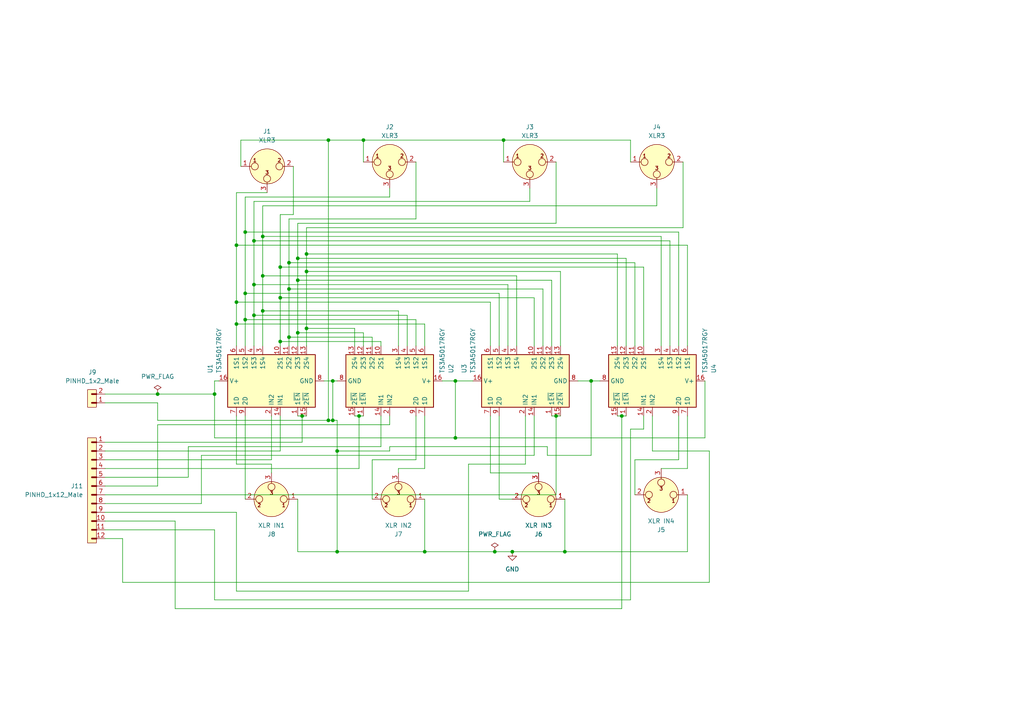
<source format=kicad_sch>
(kicad_sch
	(version 20231120)
	(generator "eeschema")
	(generator_version "8.0")
	(uuid "4ef01964-71f6-4cc3-9deb-0099e47bdb65")
	(paper "A4")
	(lib_symbols
		(symbol "Analog_Switch:TS3A5017RGY"
			(exclude_from_sim no)
			(in_bom yes)
			(on_board yes)
			(property "Reference" "U"
				(at -6.35 13.97 0)
				(effects
					(font
						(size 1.27 1.27)
					)
				)
			)
			(property "Value" "TS3A5017RGY"
				(at 7.62 -13.97 0)
				(effects
					(font
						(size 1.27 1.27)
					)
				)
			)
			(property "Footprint" "Package_DFN_QFN:Texas_RGY_R-PVQFN-N16_EP2.05x2.55mm"
				(at 0 26.67 0)
				(effects
					(font
						(size 1.27 1.27)
					)
					(hide yes)
				)
			)
			(property "Datasheet" "https://www.ti.com/lit/ds/symlink/ts3a5017.pdf"
				(at 0 -26.67 0)
				(effects
					(font
						(size 1.27 1.27)
					)
					(hide yes)
				)
			)
			(property "Description" "Dual SP4T Analog Switch Mux Demux, VQFN"
				(at 0 0 0)
				(effects
					(font
						(size 1.27 1.27)
					)
					(hide yes)
				)
			)
			(property "ki_keywords" "Analog switch SP4T"
				(at 0 0 0)
				(effects
					(font
						(size 1.27 1.27)
					)
					(hide yes)
				)
			)
			(property "ki_fp_filters" "Texas*RGY*R*PVQFN*N*"
				(at 0 0 0)
				(effects
					(font
						(size 1.27 1.27)
					)
					(hide yes)
				)
			)
			(symbol "TS3A5017RGY_0_1"
				(rectangle
					(start -7.62 12.7)
					(end 7.62 -12.7)
					(stroke
						(width 0.254)
						(type default)
					)
					(fill
						(type background)
					)
				)
			)
			(symbol "TS3A5017RGY_1_1"
				(pin input line
					(at -10.16 -7.62 0)
					(length 2.54)
					(name "1~{EN}"
						(effects
							(font
								(size 1.27 1.27)
							)
						)
					)
					(number "1"
						(effects
							(font
								(size 1.27 1.27)
							)
						)
					)
				)
				(pin bidirectional line
					(at 10.16 -2.54 180)
					(length 2.54)
					(name "2S1"
						(effects
							(font
								(size 1.27 1.27)
							)
						)
					)
					(number "10"
						(effects
							(font
								(size 1.27 1.27)
							)
						)
					)
				)
				(pin bidirectional line
					(at 10.16 -5.08 180)
					(length 2.54)
					(name "2S2"
						(effects
							(font
								(size 1.27 1.27)
							)
						)
					)
					(number "11"
						(effects
							(font
								(size 1.27 1.27)
							)
						)
					)
				)
				(pin bidirectional line
					(at 10.16 -7.62 180)
					(length 2.54)
					(name "2S3"
						(effects
							(font
								(size 1.27 1.27)
							)
						)
					)
					(number "12"
						(effects
							(font
								(size 1.27 1.27)
							)
						)
					)
				)
				(pin bidirectional line
					(at 10.16 -10.16 180)
					(length 2.54)
					(name "2S4"
						(effects
							(font
								(size 1.27 1.27)
							)
						)
					)
					(number "13"
						(effects
							(font
								(size 1.27 1.27)
							)
						)
					)
				)
				(pin input line
					(at -10.16 -2.54 0)
					(length 2.54)
					(name "IN1"
						(effects
							(font
								(size 1.27 1.27)
							)
						)
					)
					(number "14"
						(effects
							(font
								(size 1.27 1.27)
							)
						)
					)
				)
				(pin input line
					(at -10.16 -10.16 0)
					(length 2.54)
					(name "2~{EN}"
						(effects
							(font
								(size 1.27 1.27)
							)
						)
					)
					(number "15"
						(effects
							(font
								(size 1.27 1.27)
							)
						)
					)
				)
				(pin power_in line
					(at 0 15.24 270)
					(length 2.54)
					(name "V+"
						(effects
							(font
								(size 1.27 1.27)
							)
						)
					)
					(number "16"
						(effects
							(font
								(size 1.27 1.27)
							)
						)
					)
				)
				(pin passive line
					(at 0 -15.24 90)
					(length 2.54) hide
					(name "GND"
						(effects
							(font
								(size 1.27 1.27)
							)
						)
					)
					(number "17"
						(effects
							(font
								(size 1.27 1.27)
							)
						)
					)
				)
				(pin input line
					(at -10.16 0 0)
					(length 2.54)
					(name "IN2"
						(effects
							(font
								(size 1.27 1.27)
							)
						)
					)
					(number "2"
						(effects
							(font
								(size 1.27 1.27)
							)
						)
					)
				)
				(pin bidirectional line
					(at 10.16 2.54 180)
					(length 2.54)
					(name "1S4"
						(effects
							(font
								(size 1.27 1.27)
							)
						)
					)
					(number "3"
						(effects
							(font
								(size 1.27 1.27)
							)
						)
					)
				)
				(pin bidirectional line
					(at 10.16 5.08 180)
					(length 2.54)
					(name "1S3"
						(effects
							(font
								(size 1.27 1.27)
							)
						)
					)
					(number "4"
						(effects
							(font
								(size 1.27 1.27)
							)
						)
					)
				)
				(pin bidirectional line
					(at 10.16 7.62 180)
					(length 2.54)
					(name "1S2"
						(effects
							(font
								(size 1.27 1.27)
							)
						)
					)
					(number "5"
						(effects
							(font
								(size 1.27 1.27)
							)
						)
					)
				)
				(pin bidirectional line
					(at 10.16 10.16 180)
					(length 2.54)
					(name "1S1"
						(effects
							(font
								(size 1.27 1.27)
							)
						)
					)
					(number "6"
						(effects
							(font
								(size 1.27 1.27)
							)
						)
					)
				)
				(pin bidirectional line
					(at -10.16 10.16 0)
					(length 2.54)
					(name "1D"
						(effects
							(font
								(size 1.27 1.27)
							)
						)
					)
					(number "7"
						(effects
							(font
								(size 1.27 1.27)
							)
						)
					)
				)
				(pin power_in line
					(at 0 -15.24 90)
					(length 2.54)
					(name "GND"
						(effects
							(font
								(size 1.27 1.27)
							)
						)
					)
					(number "8"
						(effects
							(font
								(size 1.27 1.27)
							)
						)
					)
				)
				(pin bidirectional line
					(at -10.16 7.62 0)
					(length 2.54)
					(name "2D"
						(effects
							(font
								(size 1.27 1.27)
							)
						)
					)
					(number "9"
						(effects
							(font
								(size 1.27 1.27)
							)
						)
					)
				)
			)
		)
		(symbol "Connector_Audio:XLR3"
			(pin_names hide)
			(exclude_from_sim no)
			(in_bom yes)
			(on_board yes)
			(property "Reference" "J"
				(at 0 8.89 0)
				(effects
					(font
						(size 1.27 1.27)
					)
				)
			)
			(property "Value" "XLR3"
				(at 0 6.35 0)
				(effects
					(font
						(size 1.27 1.27)
					)
				)
			)
			(property "Footprint" ""
				(at 0 0 0)
				(effects
					(font
						(size 1.27 1.27)
					)
					(hide yes)
				)
			)
			(property "Datasheet" " ~"
				(at 0 0 0)
				(effects
					(font
						(size 1.27 1.27)
					)
					(hide yes)
				)
			)
			(property "Description" "XLR Connector, Male or Female, 3 Pins"
				(at 0 0 0)
				(effects
					(font
						(size 1.27 1.27)
					)
					(hide yes)
				)
			)
			(property "ki_keywords" "xlr connector"
				(at 0 0 0)
				(effects
					(font
						(size 1.27 1.27)
					)
					(hide yes)
				)
			)
			(property "ki_fp_filters" "Jack*XLR*"
				(at 0 0 0)
				(effects
					(font
						(size 1.27 1.27)
					)
					(hide yes)
				)
			)
			(symbol "XLR3_0_1"
				(circle
					(center -3.556 0)
					(radius 1.016)
					(stroke
						(width 0)
						(type default)
					)
					(fill
						(type none)
					)
				)
				(circle
					(center 0 -3.556)
					(radius 1.016)
					(stroke
						(width 0)
						(type default)
					)
					(fill
						(type none)
					)
				)
				(polyline
					(pts
						(xy -5.08 0) (xy -4.572 0)
					)
					(stroke
						(width 0)
						(type default)
					)
					(fill
						(type none)
					)
				)
				(polyline
					(pts
						(xy 0 -5.08) (xy 0 -4.572)
					)
					(stroke
						(width 0)
						(type default)
					)
					(fill
						(type none)
					)
				)
				(polyline
					(pts
						(xy 5.08 0) (xy 4.572 0)
					)
					(stroke
						(width 0)
						(type default)
					)
					(fill
						(type none)
					)
				)
				(circle
					(center 0 0)
					(radius 5.08)
					(stroke
						(width 0)
						(type default)
					)
					(fill
						(type background)
					)
				)
				(circle
					(center 3.556 0)
					(radius 1.016)
					(stroke
						(width 0)
						(type default)
					)
					(fill
						(type none)
					)
				)
				(text "1"
					(at -3.556 1.778 0)
					(effects
						(font
							(size 1.016 1.016)
							(bold yes)
						)
					)
				)
				(text "2"
					(at 3.556 1.778 0)
					(effects
						(font
							(size 1.016 1.016)
							(bold yes)
						)
					)
				)
				(text "3"
					(at 0 -1.778 0)
					(effects
						(font
							(size 1.016 1.016)
							(bold yes)
						)
					)
				)
				(pin passive line
					(at -7.62 0 0)
					(length 2.54)
					(name "~"
						(effects
							(font
								(size 1.27 1.27)
							)
						)
					)
					(number "1"
						(effects
							(font
								(size 1.27 1.27)
							)
						)
					)
				)
				(pin passive line
					(at 7.62 0 180)
					(length 2.54)
					(name "~"
						(effects
							(font
								(size 1.27 1.27)
							)
						)
					)
					(number "2"
						(effects
							(font
								(size 1.27 1.27)
							)
						)
					)
				)
				(pin passive line
					(at 0 -7.62 90)
					(length 2.54)
					(name "~"
						(effects
							(font
								(size 1.27 1.27)
							)
						)
					)
					(number "3"
						(effects
							(font
								(size 1.27 1.27)
							)
						)
					)
				)
			)
		)
		(symbol "PCM_4ms_Power-symbol:PWR_FLAG"
			(power)
			(pin_numbers hide)
			(pin_names
				(offset 0) hide)
			(exclude_from_sim no)
			(in_bom yes)
			(on_board yes)
			(property "Reference" "#FLG"
				(at 0 1.905 0)
				(effects
					(font
						(size 1.27 1.27)
					)
					(hide yes)
				)
			)
			(property "Value" "PWR_FLAG"
				(at 0 3.81 0)
				(effects
					(font
						(size 1.27 1.27)
					)
				)
			)
			(property "Footprint" ""
				(at 0 0 0)
				(effects
					(font
						(size 1.27 1.27)
					)
					(hide yes)
				)
			)
			(property "Datasheet" ""
				(at 0 0 0)
				(effects
					(font
						(size 1.27 1.27)
					)
					(hide yes)
				)
			)
			(property "Description" ""
				(at 0 0 0)
				(effects
					(font
						(size 1.27 1.27)
					)
					(hide yes)
				)
			)
			(symbol "PWR_FLAG_0_0"
				(pin power_out line
					(at 0 0 90)
					(length 0)
					(name "pwr"
						(effects
							(font
								(size 1.27 1.27)
							)
						)
					)
					(number "1"
						(effects
							(font
								(size 1.27 1.27)
							)
						)
					)
				)
			)
			(symbol "PWR_FLAG_0_1"
				(polyline
					(pts
						(xy 0 0) (xy 0 1.27) (xy -1.016 1.905) (xy 0 2.54) (xy 1.016 1.905) (xy 0 1.27)
					)
					(stroke
						(width 0)
						(type default)
					)
					(fill
						(type none)
					)
				)
			)
		)
		(symbol "PCM_SL_Pin_Headers:PINHD_1x12_Male"
			(exclude_from_sim no)
			(in_bom yes)
			(on_board yes)
			(property "Reference" "J"
				(at 0 19.05 0)
				(effects
					(font
						(size 1.27 1.27)
					)
				)
			)
			(property "Value" "PINHD_1x12_Male"
				(at 0 16.51 0)
				(effects
					(font
						(size 1.27 1.27)
					)
				)
			)
			(property "Footprint" "Connector_PinHeader_2.54mm:PinHeader_1x12_P2.54mm_Vertical"
				(at -1.27 21.59 0)
				(effects
					(font
						(size 1.27 1.27)
					)
					(hide yes)
				)
			)
			(property "Datasheet" ""
				(at 0 20.32 0)
				(effects
					(font
						(size 1.27 1.27)
					)
					(hide yes)
				)
			)
			(property "Description" "Pin Header male with pin space 2.54mm. Pin Count -12"
				(at 0 0 0)
				(effects
					(font
						(size 1.27 1.27)
					)
					(hide yes)
				)
			)
			(property "ki_keywords" "Pin Header"
				(at 0 0 0)
				(effects
					(font
						(size 1.27 1.27)
					)
					(hide yes)
				)
			)
			(property "ki_fp_filters" "PinHeader_1x12_P2.54mm*"
				(at 0 0 0)
				(effects
					(font
						(size 1.27 1.27)
					)
					(hide yes)
				)
			)
			(symbol "PINHD_1x12_Male_0_1"
				(rectangle
					(start -1.27 15.24)
					(end 1.27 -15.24)
					(stroke
						(width 0)
						(type default)
					)
					(fill
						(type background)
					)
				)
				(polyline
					(pts
						(xy -1.27 -13.97) (xy 0 -13.97)
					)
					(stroke
						(width 0.5)
						(type default)
					)
					(fill
						(type none)
					)
				)
				(polyline
					(pts
						(xy -1.27 -11.43) (xy 0 -11.43)
					)
					(stroke
						(width 0.5)
						(type default)
					)
					(fill
						(type none)
					)
				)
				(polyline
					(pts
						(xy -1.27 -8.89) (xy 0 -8.89)
					)
					(stroke
						(width 0.3)
						(type default)
					)
					(fill
						(type none)
					)
				)
				(polyline
					(pts
						(xy -1.27 -8.89) (xy 0 -8.89)
					)
					(stroke
						(width 0.5)
						(type default)
					)
					(fill
						(type none)
					)
				)
				(polyline
					(pts
						(xy -1.27 -6.35) (xy 0 -6.35)
					)
					(stroke
						(width 0.3)
						(type default)
					)
					(fill
						(type none)
					)
				)
				(polyline
					(pts
						(xy -1.27 -6.35) (xy 0 -6.35)
					)
					(stroke
						(width 0.5)
						(type default)
					)
					(fill
						(type none)
					)
				)
				(polyline
					(pts
						(xy -1.27 -3.81) (xy 0 -3.81)
					)
					(stroke
						(width 0.3)
						(type default)
					)
					(fill
						(type none)
					)
				)
				(polyline
					(pts
						(xy -1.27 -3.81) (xy 0 -3.81)
					)
					(stroke
						(width 0.5)
						(type default)
					)
					(fill
						(type none)
					)
				)
				(polyline
					(pts
						(xy -1.27 -1.27) (xy 0 -1.27)
					)
					(stroke
						(width 0.3)
						(type default)
					)
					(fill
						(type none)
					)
				)
				(polyline
					(pts
						(xy -1.27 -1.27) (xy 0 -1.27)
					)
					(stroke
						(width 0.5)
						(type default)
					)
					(fill
						(type none)
					)
				)
				(polyline
					(pts
						(xy -1.27 1.27) (xy 0 1.27)
					)
					(stroke
						(width 0.3)
						(type default)
					)
					(fill
						(type none)
					)
				)
				(polyline
					(pts
						(xy -1.27 1.27) (xy 0 1.27)
					)
					(stroke
						(width 0.5)
						(type default)
					)
					(fill
						(type none)
					)
				)
				(polyline
					(pts
						(xy -1.27 3.81) (xy 0 3.81)
					)
					(stroke
						(width 0.3)
						(type default)
					)
					(fill
						(type none)
					)
				)
				(polyline
					(pts
						(xy -1.27 3.81) (xy 0 3.81)
					)
					(stroke
						(width 0.5)
						(type default)
					)
					(fill
						(type none)
					)
				)
				(polyline
					(pts
						(xy -1.27 6.35) (xy 0 6.35)
					)
					(stroke
						(width 0.3)
						(type default)
					)
					(fill
						(type none)
					)
				)
				(polyline
					(pts
						(xy -1.27 6.35) (xy 0 6.35)
					)
					(stroke
						(width 0.5)
						(type default)
					)
					(fill
						(type none)
					)
				)
				(polyline
					(pts
						(xy -1.27 8.89) (xy 0 8.89)
					)
					(stroke
						(width 0.3)
						(type default)
					)
					(fill
						(type none)
					)
				)
				(polyline
					(pts
						(xy -1.27 8.89) (xy 0 8.89)
					)
					(stroke
						(width 0.5)
						(type default)
					)
					(fill
						(type none)
					)
				)
				(polyline
					(pts
						(xy -1.27 11.43) (xy 0 11.43)
					)
					(stroke
						(width 0.3)
						(type default)
					)
					(fill
						(type none)
					)
				)
				(polyline
					(pts
						(xy -1.27 11.43) (xy 0 11.43)
					)
					(stroke
						(width 0.5)
						(type default)
					)
					(fill
						(type none)
					)
				)
				(polyline
					(pts
						(xy -1.27 13.97) (xy 0 13.97)
					)
					(stroke
						(width 0.5)
						(type default)
					)
					(fill
						(type none)
					)
				)
			)
			(symbol "PINHD_1x12_Male_1_1"
				(pin passive line
					(at -3.81 13.97 0)
					(length 2.54)
					(name ""
						(effects
							(font
								(size 1.27 1.27)
							)
						)
					)
					(number "1"
						(effects
							(font
								(size 1.27 1.27)
							)
						)
					)
				)
				(pin passive line
					(at -3.81 -8.89 0)
					(length 2.54)
					(name ""
						(effects
							(font
								(size 1.27 1.27)
							)
						)
					)
					(number "10"
						(effects
							(font
								(size 1.27 1.27)
							)
						)
					)
				)
				(pin passive line
					(at -3.81 -11.43 0)
					(length 2.54)
					(name ""
						(effects
							(font
								(size 1.27 1.27)
							)
						)
					)
					(number "11"
						(effects
							(font
								(size 1.27 1.27)
							)
						)
					)
				)
				(pin passive line
					(at -3.81 -13.97 0)
					(length 2.54)
					(name ""
						(effects
							(font
								(size 1.27 1.27)
							)
						)
					)
					(number "12"
						(effects
							(font
								(size 1.27 1.27)
							)
						)
					)
				)
				(pin passive line
					(at -3.81 11.43 0)
					(length 2.54)
					(name ""
						(effects
							(font
								(size 1.27 1.27)
							)
						)
					)
					(number "2"
						(effects
							(font
								(size 1.27 1.27)
							)
						)
					)
				)
				(pin passive line
					(at -3.81 8.89 0)
					(length 2.54)
					(name ""
						(effects
							(font
								(size 1.27 1.27)
							)
						)
					)
					(number "3"
						(effects
							(font
								(size 1.27 1.27)
							)
						)
					)
				)
				(pin passive line
					(at -3.81 6.35 0)
					(length 2.54)
					(name ""
						(effects
							(font
								(size 1.27 1.27)
							)
						)
					)
					(number "4"
						(effects
							(font
								(size 1.27 1.27)
							)
						)
					)
				)
				(pin passive line
					(at -3.81 3.81 0)
					(length 2.54)
					(name ""
						(effects
							(font
								(size 1.27 1.27)
							)
						)
					)
					(number "5"
						(effects
							(font
								(size 1.27 1.27)
							)
						)
					)
				)
				(pin passive line
					(at -3.81 1.27 0)
					(length 2.54)
					(name ""
						(effects
							(font
								(size 1.27 1.27)
							)
						)
					)
					(number "6"
						(effects
							(font
								(size 1.27 1.27)
							)
						)
					)
				)
				(pin passive line
					(at -3.81 -1.27 0)
					(length 2.54)
					(name ""
						(effects
							(font
								(size 1.27 1.27)
							)
						)
					)
					(number "7"
						(effects
							(font
								(size 1.27 1.27)
							)
						)
					)
				)
				(pin passive line
					(at -3.81 -3.81 0)
					(length 2.54)
					(name ""
						(effects
							(font
								(size 1.27 1.27)
							)
						)
					)
					(number "8"
						(effects
							(font
								(size 1.27 1.27)
							)
						)
					)
				)
				(pin passive line
					(at -3.81 -6.35 0)
					(length 2.54)
					(name ""
						(effects
							(font
								(size 1.27 1.27)
							)
						)
					)
					(number "9"
						(effects
							(font
								(size 1.27 1.27)
							)
						)
					)
				)
			)
		)
		(symbol "PCM_SL_Pin_Headers:PINHD_1x2_Male"
			(exclude_from_sim no)
			(in_bom yes)
			(on_board yes)
			(property "Reference" "J"
				(at 0 6.35 0)
				(effects
					(font
						(size 1.27 1.27)
					)
				)
			)
			(property "Value" "PINHD_1x2_Male"
				(at 0 3.81 0)
				(effects
					(font
						(size 1.27 1.27)
					)
				)
			)
			(property "Footprint" "Connector_PinHeader_2.54mm:PinHeader_1x02_P2.54mm_Vertical"
				(at 1.27 -3.81 0)
				(effects
					(font
						(size 1.27 1.27)
					)
					(hide yes)
				)
			)
			(property "Datasheet" ""
				(at 0 7.62 0)
				(effects
					(font
						(size 1.27 1.27)
					)
					(hide yes)
				)
			)
			(property "Description" "Pin Header male with pin space 2.54mm. Pin Count -2"
				(at 0 0 0)
				(effects
					(font
						(size 1.27 1.27)
					)
					(hide yes)
				)
			)
			(property "ki_keywords" "Pin Header"
				(at 0 0 0)
				(effects
					(font
						(size 1.27 1.27)
					)
					(hide yes)
				)
			)
			(property "ki_fp_filters" "PinHeader_1x02_P2.54mm*"
				(at 0 0 0)
				(effects
					(font
						(size 1.27 1.27)
					)
					(hide yes)
				)
			)
			(symbol "PINHD_1x2_Male_0_1"
				(rectangle
					(start -1.27 2.54)
					(end 1.27 -2.54)
					(stroke
						(width 0)
						(type default)
					)
					(fill
						(type background)
					)
				)
				(polyline
					(pts
						(xy -1.27 -1.27) (xy 0 -1.27)
					)
					(stroke
						(width 0.3)
						(type default)
					)
					(fill
						(type none)
					)
				)
				(polyline
					(pts
						(xy -1.27 -1.27) (xy 0 -1.27)
					)
					(stroke
						(width 0.5)
						(type default)
					)
					(fill
						(type none)
					)
				)
				(polyline
					(pts
						(xy -1.27 1.27) (xy 0 1.27)
					)
					(stroke
						(width 0.3)
						(type default)
					)
					(fill
						(type none)
					)
				)
				(polyline
					(pts
						(xy -1.27 1.27) (xy 0 1.27)
					)
					(stroke
						(width 0.5)
						(type default)
					)
					(fill
						(type none)
					)
				)
			)
			(symbol "PINHD_1x2_Male_1_1"
				(pin passive line
					(at -3.81 1.27 0)
					(length 2.54)
					(name ""
						(effects
							(font
								(size 1.27 1.27)
							)
						)
					)
					(number "1"
						(effects
							(font
								(size 1.27 1.27)
							)
						)
					)
				)
				(pin passive line
					(at -3.81 -1.27 0)
					(length 2.54)
					(name ""
						(effects
							(font
								(size 1.27 1.27)
							)
						)
					)
					(number "2"
						(effects
							(font
								(size 1.27 1.27)
							)
						)
					)
				)
			)
		)
		(symbol "power:GND"
			(power)
			(pin_numbers hide)
			(pin_names
				(offset 0) hide)
			(exclude_from_sim no)
			(in_bom yes)
			(on_board yes)
			(property "Reference" "#PWR"
				(at 0 -6.35 0)
				(effects
					(font
						(size 1.27 1.27)
					)
					(hide yes)
				)
			)
			(property "Value" "GND"
				(at 0 -3.81 0)
				(effects
					(font
						(size 1.27 1.27)
					)
				)
			)
			(property "Footprint" ""
				(at 0 0 0)
				(effects
					(font
						(size 1.27 1.27)
					)
					(hide yes)
				)
			)
			(property "Datasheet" ""
				(at 0 0 0)
				(effects
					(font
						(size 1.27 1.27)
					)
					(hide yes)
				)
			)
			(property "Description" "Power symbol creates a global label with name \"GND\" , ground"
				(at 0 0 0)
				(effects
					(font
						(size 1.27 1.27)
					)
					(hide yes)
				)
			)
			(property "ki_keywords" "global power"
				(at 0 0 0)
				(effects
					(font
						(size 1.27 1.27)
					)
					(hide yes)
				)
			)
			(symbol "GND_0_1"
				(polyline
					(pts
						(xy 0 0) (xy 0 -1.27) (xy 1.27 -1.27) (xy 0 -2.54) (xy -1.27 -1.27) (xy 0 -1.27)
					)
					(stroke
						(width 0)
						(type default)
					)
					(fill
						(type none)
					)
				)
			)
			(symbol "GND_1_1"
				(pin power_in line
					(at 0 0 270)
					(length 0)
					(name "~"
						(effects
							(font
								(size 1.27 1.27)
							)
						)
					)
					(number "1"
						(effects
							(font
								(size 1.27 1.27)
							)
						)
					)
				)
			)
		)
	)
	(junction
		(at 95.25 121.92)
		(diameter 0)
		(color 0 0 0 0)
		(uuid "04e21bd1-607f-49fc-894c-cd219c652ca6")
	)
	(junction
		(at 81.28 77.47)
		(diameter 0)
		(color 0 0 0 0)
		(uuid "05280cfc-c0cc-427a-8628-94e036c4999e")
	)
	(junction
		(at 105.41 40.64)
		(diameter 0)
		(color 0 0 0 0)
		(uuid "0b6dd30f-0c4c-4062-9b97-78fe1cf34fb3")
	)
	(junction
		(at 104.14 120.65)
		(diameter 0)
		(color 0 0 0 0)
		(uuid "0cf9e4fc-9b97-4acf-b3b5-02e78d3d095f")
	)
	(junction
		(at 146.05 40.64)
		(diameter 0)
		(color 0 0 0 0)
		(uuid "0ded2bc3-d9c4-4f92-8d71-e81a59f5ecbb")
	)
	(junction
		(at 97.79 130.81)
		(diameter 0)
		(color 0 0 0 0)
		(uuid "18113980-0f00-4933-a920-44990a2b8ff6")
	)
	(junction
		(at 68.58 87.63)
		(diameter 0)
		(color 0 0 0 0)
		(uuid "1b21aee1-466c-4ef1-9a55-a093ddae2622")
	)
	(junction
		(at 73.66 91.44)
		(diameter 0)
		(color 0 0 0 0)
		(uuid "1faffd9b-f29b-4094-b721-df2cb0717494")
	)
	(junction
		(at 86.36 81.28)
		(diameter 0)
		(color 0 0 0 0)
		(uuid "2a03b722-bb12-490d-9452-d4fe5e4639e9")
	)
	(junction
		(at 87.63 120.65)
		(diameter 0)
		(color 0 0 0 0)
		(uuid "32f8938b-0ffb-4b81-89b1-ed7f18529b34")
	)
	(junction
		(at 71.12 85.09)
		(diameter 0)
		(color 0 0 0 0)
		(uuid "373dcfbe-38b4-45bd-9ec2-2cb2d16ce513")
	)
	(junction
		(at 76.2 90.17)
		(diameter 0)
		(color 0 0 0 0)
		(uuid "3a3cbeb3-909b-41de-a5e9-07cc5206b139")
	)
	(junction
		(at 143.51 160.02)
		(diameter 0)
		(color 0 0 0 0)
		(uuid "3c95d469-cea6-4deb-a881-3f017c9a3971")
	)
	(junction
		(at 96.52 110.49)
		(diameter 0)
		(color 0 0 0 0)
		(uuid "541acfae-9bd2-45e3-8b0d-71d2169a2793")
	)
	(junction
		(at 76.2 68.58)
		(diameter 0)
		(color 0 0 0 0)
		(uuid "549177ed-83ff-424a-88fb-5282251a0f3b")
	)
	(junction
		(at 68.58 71.12)
		(diameter 0)
		(color 0 0 0 0)
		(uuid "57d69858-7f27-4afd-915e-be8f9ef95cb3")
	)
	(junction
		(at 73.66 82.55)
		(diameter 0)
		(color 0 0 0 0)
		(uuid "5a706e1f-d4c0-4a5e-83dc-c3368dfe022f")
	)
	(junction
		(at 96.52 121.92)
		(diameter 0)
		(color 0 0 0 0)
		(uuid "5d57222e-d2c1-44ce-90ab-946d5dc47f42")
	)
	(junction
		(at 163.83 160.02)
		(diameter 0)
		(color 0 0 0 0)
		(uuid "61736c3d-280b-461d-a8b0-888846853322")
	)
	(junction
		(at 88.9 73.66)
		(diameter 0)
		(color 0 0 0 0)
		(uuid "63d1f999-b0af-4df3-9387-3b378308f353")
	)
	(junction
		(at 148.59 160.02)
		(diameter 0)
		(color 0 0 0 0)
		(uuid "72c5be90-4049-43a8-bfa9-c5b8aac4d3bd")
	)
	(junction
		(at 86.36 74.93)
		(diameter 0)
		(color 0 0 0 0)
		(uuid "830a0973-582d-4e6a-b65d-d59ffafdf714")
	)
	(junction
		(at 171.45 110.49)
		(diameter 0)
		(color 0 0 0 0)
		(uuid "8d83f6c0-6649-4735-8a82-296e69edfec2")
	)
	(junction
		(at 45.72 114.3)
		(diameter 0)
		(color 0 0 0 0)
		(uuid "952117a9-123e-40ec-b00d-be4d99001d87")
	)
	(junction
		(at 180.34 120.65)
		(diameter 0)
		(color 0 0 0 0)
		(uuid "97ee95c1-3e7f-42c3-93a6-7c999a0cf14a")
	)
	(junction
		(at 83.82 76.2)
		(diameter 0)
		(color 0 0 0 0)
		(uuid "9f6d030c-41da-43f1-a328-2a1bdf43b905")
	)
	(junction
		(at 81.28 86.36)
		(diameter 0)
		(color 0 0 0 0)
		(uuid "9f7579cc-2d88-45a5-847b-9a4d175e17af")
	)
	(junction
		(at 83.82 97.79)
		(diameter 0)
		(color 0 0 0 0)
		(uuid "a97f8976-5041-4110-9cf4-60532767d6f2")
	)
	(junction
		(at 95.25 40.64)
		(diameter 0)
		(color 0 0 0 0)
		(uuid "b156d1c6-9701-4a52-a1b1-743b8aa028f9")
	)
	(junction
		(at 68.58 93.98)
		(diameter 0)
		(color 0 0 0 0)
		(uuid "b6d15f48-2274-432b-91cc-1efe62b86fa3")
	)
	(junction
		(at 123.19 160.02)
		(diameter 0)
		(color 0 0 0 0)
		(uuid "c004c621-699f-4fe5-85b1-a28b4daec919")
	)
	(junction
		(at 88.9 95.25)
		(diameter 0)
		(color 0 0 0 0)
		(uuid "c042a604-92db-4b4e-8a62-6e02751ac405")
	)
	(junction
		(at 73.66 69.85)
		(diameter 0)
		(color 0 0 0 0)
		(uuid "c0dea74f-9e49-4e10-84a2-ef29c95feb31")
	)
	(junction
		(at 132.08 127)
		(diameter 0)
		(color 0 0 0 0)
		(uuid "d0671d51-e8d4-43d1-870f-6bf8bcfbbe88")
	)
	(junction
		(at 71.12 92.71)
		(diameter 0)
		(color 0 0 0 0)
		(uuid "dae57cff-30ee-46b1-bb67-4cd89a88fd4b")
	)
	(junction
		(at 97.79 160.02)
		(diameter 0)
		(color 0 0 0 0)
		(uuid "dcbc9dbf-5caa-4b12-87c9-d7e1347d98af")
	)
	(junction
		(at 132.08 110.49)
		(diameter 0)
		(color 0 0 0 0)
		(uuid "df6e3573-10a3-48d4-941a-f6d9ca8dec0b")
	)
	(junction
		(at 86.36 96.52)
		(diameter 0)
		(color 0 0 0 0)
		(uuid "e2c43752-ef0c-4918-b31c-7e621bf47f9e")
	)
	(junction
		(at 62.23 114.3)
		(diameter 0)
		(color 0 0 0 0)
		(uuid "e3e68fbc-0797-4918-a805-c5092ba3c15e")
	)
	(junction
		(at 81.28 99.06)
		(diameter 0)
		(color 0 0 0 0)
		(uuid "ee2890b6-3e3a-401f-8ec9-0cf59f2581de")
	)
	(junction
		(at 83.82 83.82)
		(diameter 0)
		(color 0 0 0 0)
		(uuid "ee7b4e6d-9efd-40aa-af72-9d01cf634dd3")
	)
	(junction
		(at 71.12 67.31)
		(diameter 0)
		(color 0 0 0 0)
		(uuid "eed305ae-965d-4082-a371-c0612bb2c699")
	)
	(junction
		(at 88.9 78.74)
		(diameter 0)
		(color 0 0 0 0)
		(uuid "ef7223a7-72ba-41af-a634-a76cb4ac8d75")
	)
	(junction
		(at 161.29 120.65)
		(diameter 0)
		(color 0 0 0 0)
		(uuid "f2e41965-ddc9-440c-b9c1-e83651990af1")
	)
	(junction
		(at 76.2 80.01)
		(diameter 0)
		(color 0 0 0 0)
		(uuid "fa1da0d8-d1fa-4de0-9662-520d86ee16bd")
	)
	(wire
		(pts
			(xy 81.28 62.23) (xy 85.09 62.23)
		)
		(stroke
			(width 0)
			(type default)
		)
		(uuid "00a21f79-9cfe-4e19-bcbf-e7b7b4a4736f")
	)
	(wire
		(pts
			(xy 81.28 62.23) (xy 81.28 77.47)
		)
		(stroke
			(width 0)
			(type default)
		)
		(uuid "01b9499e-47e5-44ee-968e-49cccfeafc72")
	)
	(wire
		(pts
			(xy 146.05 40.64) (xy 146.05 46.99)
		)
		(stroke
			(width 0)
			(type default)
		)
		(uuid "031e5434-b204-44d0-9303-d3d597a24bc8")
	)
	(wire
		(pts
			(xy 83.82 76.2) (xy 83.82 83.82)
		)
		(stroke
			(width 0)
			(type default)
		)
		(uuid "057e51f0-c7a3-4cd0-b886-52e61cbc39d3")
	)
	(wire
		(pts
			(xy 107.95 97.79) (xy 83.82 97.79)
		)
		(stroke
			(width 0)
			(type default)
		)
		(uuid "0633879d-2ee3-46c0-b995-f9ba2f9836b1")
	)
	(wire
		(pts
			(xy 45.72 121.92) (xy 95.25 121.92)
		)
		(stroke
			(width 0)
			(type default)
		)
		(uuid "0677dc45-4a89-4bed-9af9-75e166d9ba0b")
	)
	(wire
		(pts
			(xy 148.59 144.78) (xy 144.78 144.78)
		)
		(stroke
			(width 0)
			(type default)
		)
		(uuid "0679f95b-736a-40bc-a16d-3f85c043feb5")
	)
	(wire
		(pts
			(xy 205.74 130.81) (xy 205.74 168.91)
		)
		(stroke
			(width 0)
			(type default)
		)
		(uuid "0727804b-3a20-4cac-85b5-98d2561d7f4d")
	)
	(wire
		(pts
			(xy 86.36 81.28) (xy 86.36 96.52)
		)
		(stroke
			(width 0)
			(type default)
		)
		(uuid "073b8e21-2fc1-4225-81cd-6dd7dca7f2d0")
	)
	(wire
		(pts
			(xy 115.57 90.17) (xy 76.2 90.17)
		)
		(stroke
			(width 0)
			(type default)
		)
		(uuid "089d9c75-9c1a-421d-baba-78d3e0736415")
	)
	(wire
		(pts
			(xy 110.49 120.65) (xy 110.49 129.54)
		)
		(stroke
			(width 0)
			(type default)
		)
		(uuid "0969bfd7-f575-4ef1-b8c2-463d3da99cd0")
	)
	(wire
		(pts
			(xy 30.48 143.51) (xy 161.29 143.51)
		)
		(stroke
			(width 0)
			(type default)
		)
		(uuid "099f23da-d4c9-4c9d-bf2c-6a024155d22e")
	)
	(wire
		(pts
			(xy 97.79 130.81) (xy 113.03 130.81)
		)
		(stroke
			(width 0)
			(type default)
		)
		(uuid "09e359a7-07fa-4efa-ac59-7834de9def6d")
	)
	(wire
		(pts
			(xy 73.66 69.85) (xy 194.31 69.85)
		)
		(stroke
			(width 0)
			(type default)
		)
		(uuid "0b0efe83-007f-45a6-8dbb-aa0e33a63642")
	)
	(wire
		(pts
			(xy 120.65 100.33) (xy 120.65 92.71)
		)
		(stroke
			(width 0)
			(type default)
		)
		(uuid "0d6ec9d8-41e2-473e-b1e3-86ab10888053")
	)
	(wire
		(pts
			(xy 153.67 58.42) (xy 153.67 54.61)
		)
		(stroke
			(width 0)
			(type default)
		)
		(uuid "0f5d91ce-96d8-4c87-aad3-ed9076d74249")
	)
	(wire
		(pts
			(xy 68.58 93.98) (xy 68.58 100.33)
		)
		(stroke
			(width 0)
			(type default)
		)
		(uuid "108d7f35-430a-444f-bae5-b4a5ec0785ec")
	)
	(wire
		(pts
			(xy 180.34 120.65) (xy 180.34 176.53)
		)
		(stroke
			(width 0)
			(type default)
		)
		(uuid "10b90ea7-d533-40f4-8ef6-45149e6bd942")
	)
	(wire
		(pts
			(xy 85.09 62.23) (xy 85.09 48.26)
		)
		(stroke
			(width 0)
			(type default)
		)
		(uuid "13882afe-7999-480f-8345-a719e43c25ef")
	)
	(wire
		(pts
			(xy 161.29 64.77) (xy 161.29 46.99)
		)
		(stroke
			(width 0)
			(type default)
		)
		(uuid "140f60a5-3479-4568-bc46-30ebab51f6af")
	)
	(wire
		(pts
			(xy 83.82 97.79) (xy 83.82 100.33)
		)
		(stroke
			(width 0)
			(type default)
		)
		(uuid "18543440-2e73-4a6d-a530-3c55e09bf672")
	)
	(wire
		(pts
			(xy 158.75 132.08) (xy 158.75 129.54)
		)
		(stroke
			(width 0)
			(type default)
		)
		(uuid "1a683548-575e-4b28-bcd8-a0113f30300e")
	)
	(wire
		(pts
			(xy 113.03 57.15) (xy 113.03 54.61)
		)
		(stroke
			(width 0)
			(type default)
		)
		(uuid "1a817f61-8838-4a21-9b83-602a83ae5807")
	)
	(wire
		(pts
			(xy 95.25 40.64) (xy 95.25 121.92)
		)
		(stroke
			(width 0)
			(type default)
		)
		(uuid "1b0a0805-b7af-4490-bf0c-be6a6d3fb6f2")
	)
	(wire
		(pts
			(xy 105.41 40.64) (xy 95.25 40.64)
		)
		(stroke
			(width 0)
			(type default)
		)
		(uuid "1b602ea4-b091-410d-849b-f314722eb69d")
	)
	(wire
		(pts
			(xy 68.58 71.12) (xy 68.58 87.63)
		)
		(stroke
			(width 0)
			(type default)
		)
		(uuid "1bd47b98-4ae2-4eff-8df3-d24b419e5c4e")
	)
	(wire
		(pts
			(xy 68.58 134.62) (xy 68.58 120.65)
		)
		(stroke
			(width 0)
			(type default)
		)
		(uuid "1cefd8d1-7651-4392-bcfa-2d98db8c7324")
	)
	(wire
		(pts
			(xy 62.23 173.99) (xy 182.88 173.99)
		)
		(stroke
			(width 0)
			(type default)
		)
		(uuid "1fa45651-8644-42ee-8b16-8b2ea31e3ded")
	)
	(wire
		(pts
			(xy 35.56 168.91) (xy 35.56 156.21)
		)
		(stroke
			(width 0)
			(type default)
		)
		(uuid "208b7019-68e5-4f8b-ada8-a417e6211ed0")
	)
	(wire
		(pts
			(xy 83.82 63.5) (xy 120.65 63.5)
		)
		(stroke
			(width 0)
			(type default)
		)
		(uuid "209ecb5f-19be-4fb3-8cfb-7daebca02763")
	)
	(wire
		(pts
			(xy 71.12 92.71) (xy 71.12 100.33)
		)
		(stroke
			(width 0)
			(type default)
		)
		(uuid "20a71a20-5421-47eb-b33a-2d420ec73599")
	)
	(wire
		(pts
			(xy 102.87 100.33) (xy 102.87 95.25)
		)
		(stroke
			(width 0)
			(type default)
		)
		(uuid "2123750c-5513-42bf-befc-edf6cd0fd038")
	)
	(wire
		(pts
			(xy 62.23 110.49) (xy 63.5 110.49)
		)
		(stroke
			(width 0)
			(type default)
		)
		(uuid "2155f003-5d37-4374-892a-f992b68fa5d5")
	)
	(wire
		(pts
			(xy 30.48 151.13) (xy 50.8 151.13)
		)
		(stroke
			(width 0)
			(type default)
		)
		(uuid "22467666-08d7-49a2-8449-606a554d04f0")
	)
	(wire
		(pts
			(xy 73.66 91.44) (xy 73.66 100.33)
		)
		(stroke
			(width 0)
			(type default)
		)
		(uuid "22688819-5eb5-4fb3-86ea-4c357d5f385f")
	)
	(wire
		(pts
			(xy 113.03 123.19) (xy 45.72 123.19)
		)
		(stroke
			(width 0)
			(type default)
		)
		(uuid "2273e7ea-a354-49ad-979d-72cfe4a4d961")
	)
	(wire
		(pts
			(xy 68.58 71.12) (xy 199.39 71.12)
		)
		(stroke
			(width 0)
			(type default)
		)
		(uuid "22764310-812e-4b5b-b745-f6230b9c59dd")
	)
	(wire
		(pts
			(xy 118.11 91.44) (xy 73.66 91.44)
		)
		(stroke
			(width 0)
			(type default)
		)
		(uuid "2493625a-53b4-4baa-a0ee-9b4abf645634")
	)
	(wire
		(pts
			(xy 104.14 135.89) (xy 104.14 120.65)
		)
		(stroke
			(width 0)
			(type default)
		)
		(uuid "255dfb13-ce27-401b-92cd-7a6cc6425665")
	)
	(wire
		(pts
			(xy 154.94 86.36) (xy 81.28 86.36)
		)
		(stroke
			(width 0)
			(type default)
		)
		(uuid "25a9efc2-cc50-4780-be96-717040b792b4")
	)
	(wire
		(pts
			(xy 88.9 66.04) (xy 88.9 73.66)
		)
		(stroke
			(width 0)
			(type default)
		)
		(uuid "26032fb3-babe-4826-b76c-fb94dc55bce1")
	)
	(wire
		(pts
			(xy 83.82 63.5) (xy 83.82 76.2)
		)
		(stroke
			(width 0)
			(type default)
		)
		(uuid "28548aaa-aee6-4790-8609-efe57e10771b")
	)
	(wire
		(pts
			(xy 147.32 100.33) (xy 147.32 82.55)
		)
		(stroke
			(width 0)
			(type default)
		)
		(uuid "2864faf4-2f13-4621-b5cf-56c0d7208bbb")
	)
	(wire
		(pts
			(xy 182.88 124.46) (xy 186.69 124.46)
		)
		(stroke
			(width 0)
			(type default)
		)
		(uuid "286665e0-4b23-45ba-9de7-d9386406d360")
	)
	(wire
		(pts
			(xy 123.19 144.78) (xy 123.19 160.02)
		)
		(stroke
			(width 0)
			(type default)
		)
		(uuid "28ccefa8-cbb2-43f0-9d77-ad6c596bb776")
	)
	(wire
		(pts
			(xy 50.8 151.13) (xy 50.8 176.53)
		)
		(stroke
			(width 0)
			(type default)
		)
		(uuid "2a8a2ba5-a2d6-489f-9af9-1f00f00dcbe3")
	)
	(wire
		(pts
			(xy 142.24 137.16) (xy 142.24 120.65)
		)
		(stroke
			(width 0)
			(type default)
		)
		(uuid "2ad48792-27b6-45bd-8585-b2a64d8e608c")
	)
	(wire
		(pts
			(xy 204.47 127) (xy 132.08 127)
		)
		(stroke
			(width 0)
			(type default)
		)
		(uuid "2b8efcdc-7fda-44a0-8813-db0d0c2c888b")
	)
	(wire
		(pts
			(xy 179.07 120.65) (xy 180.34 120.65)
		)
		(stroke
			(width 0)
			(type default)
		)
		(uuid "2cc5d699-2841-44ed-8818-b6649ee87d8c")
	)
	(wire
		(pts
			(xy 45.72 114.3) (xy 62.23 114.3)
		)
		(stroke
			(width 0)
			(type default)
		)
		(uuid "2ded54b4-220b-4b04-9d34-fd73576dd6ff")
	)
	(wire
		(pts
			(xy 62.23 114.3) (xy 62.23 127)
		)
		(stroke
			(width 0)
			(type default)
		)
		(uuid "2e23af9a-68bc-42ec-8abe-543b105dd57b")
	)
	(wire
		(pts
			(xy 163.83 160.02) (xy 199.39 160.02)
		)
		(stroke
			(width 0)
			(type default)
		)
		(uuid "2e324254-3df7-414c-87c4-c06c42c60494")
	)
	(wire
		(pts
			(xy 104.14 120.65) (xy 105.41 120.65)
		)
		(stroke
			(width 0)
			(type default)
		)
		(uuid "30709622-8014-430f-9edc-d3bbcc493d3f")
	)
	(wire
		(pts
			(xy 190.5 59.69) (xy 190.5 54.61)
		)
		(stroke
			(width 0)
			(type default)
		)
		(uuid "32149f11-7866-4528-af88-8e90aa9a2c6f")
	)
	(wire
		(pts
			(xy 135.89 171.45) (xy 135.89 134.62)
		)
		(stroke
			(width 0)
			(type default)
		)
		(uuid "323ad0b7-a6f6-44a8-b643-04ab39d9de13")
	)
	(wire
		(pts
			(xy 191.77 135.89) (xy 199.39 135.89)
		)
		(stroke
			(width 0)
			(type default)
		)
		(uuid "345e80b1-2405-4c9b-b157-b5239451f246")
	)
	(wire
		(pts
			(xy 179.07 73.66) (xy 88.9 73.66)
		)
		(stroke
			(width 0)
			(type default)
		)
		(uuid "348861ef-ae3b-4337-893a-56459ccf35a8")
	)
	(wire
		(pts
			(xy 123.19 135.89) (xy 123.19 120.65)
		)
		(stroke
			(width 0)
			(type default)
		)
		(uuid "36a841f9-017b-40d5-b242-fd8c168268cd")
	)
	(wire
		(pts
			(xy 102.87 120.65) (xy 104.14 120.65)
		)
		(stroke
			(width 0)
			(type default)
		)
		(uuid "37f215a2-7b62-4476-ab51-4861bf319a3c")
	)
	(wire
		(pts
			(xy 86.36 74.93) (xy 181.61 74.93)
		)
		(stroke
			(width 0)
			(type default)
		)
		(uuid "386ccdab-8701-450f-90d9-492d25e1701d")
	)
	(wire
		(pts
			(xy 30.48 138.43) (xy 54.61 138.43)
		)
		(stroke
			(width 0)
			(type default)
		)
		(uuid "38d868e4-e99d-4bca-8cb0-0f46d337ef11")
	)
	(wire
		(pts
			(xy 105.41 100.33) (xy 105.41 96.52)
		)
		(stroke
			(width 0)
			(type default)
		)
		(uuid "38fc1117-2135-44d8-8082-3070fbc1bca8")
	)
	(wire
		(pts
			(xy 54.61 138.43) (xy 54.61 129.54)
		)
		(stroke
			(width 0)
			(type default)
		)
		(uuid "39ebee36-5c02-436f-bb21-4398fce99380")
	)
	(wire
		(pts
			(xy 86.36 160.02) (xy 97.79 160.02)
		)
		(stroke
			(width 0)
			(type default)
		)
		(uuid "3b55a6c4-5bcc-4efe-ba36-c337d6a76f0b")
	)
	(wire
		(pts
			(xy 62.23 110.49) (xy 62.23 114.3)
		)
		(stroke
			(width 0)
			(type default)
		)
		(uuid "3de1c460-dbd9-484b-ab32-cb19754e04b5")
	)
	(wire
		(pts
			(xy 83.82 76.2) (xy 184.15 76.2)
		)
		(stroke
			(width 0)
			(type default)
		)
		(uuid "403b8394-fe03-4e00-a956-cb1b7cc16832")
	)
	(wire
		(pts
			(xy 71.12 67.31) (xy 71.12 85.09)
		)
		(stroke
			(width 0)
			(type default)
		)
		(uuid "422e1d14-cf66-41e7-b88c-f2c0b6c95250")
	)
	(wire
		(pts
			(xy 171.45 110.49) (xy 171.45 132.08)
		)
		(stroke
			(width 0)
			(type default)
		)
		(uuid "4259259e-6079-4225-bb13-8869152158c5")
	)
	(wire
		(pts
			(xy 184.15 100.33) (xy 184.15 76.2)
		)
		(stroke
			(width 0)
			(type default)
		)
		(uuid "442f5c32-e9df-4878-8fc4-87b0e4f115b7")
	)
	(wire
		(pts
			(xy 110.49 99.06) (xy 81.28 99.06)
		)
		(stroke
			(width 0)
			(type default)
		)
		(uuid "46a1564d-e0d6-4697-8035-1dda310ddb4c")
	)
	(wire
		(pts
			(xy 148.59 160.02) (xy 163.83 160.02)
		)
		(stroke
			(width 0)
			(type default)
		)
		(uuid "47bf7e5a-0e49-4acd-b971-558cd59b8f6d")
	)
	(wire
		(pts
			(xy 88.9 95.25) (xy 88.9 100.33)
		)
		(stroke
			(width 0)
			(type default)
		)
		(uuid "48af61fe-4b76-4dad-ace8-dde3110ac202")
	)
	(wire
		(pts
			(xy 152.4 134.62) (xy 152.4 120.65)
		)
		(stroke
			(width 0)
			(type default)
		)
		(uuid "4902e390-4c76-4507-8f07-6135b3ed982b")
	)
	(wire
		(pts
			(xy 182.88 46.99) (xy 182.88 40.64)
		)
		(stroke
			(width 0)
			(type default)
		)
		(uuid "4af0b099-2d46-4d25-a2c0-714f193140ea")
	)
	(wire
		(pts
			(xy 96.52 110.49) (xy 97.79 110.49)
		)
		(stroke
			(width 0)
			(type default)
		)
		(uuid "4b5c1932-ce1f-4dd1-a7b3-efbde2383f7a")
	)
	(wire
		(pts
			(xy 147.32 82.55) (xy 73.66 82.55)
		)
		(stroke
			(width 0)
			(type default)
		)
		(uuid "4ca4ef54-6d3c-4010-a1ea-94f9b0323411")
	)
	(wire
		(pts
			(xy 78.74 134.62) (xy 68.58 134.62)
		)
		(stroke
			(width 0)
			(type default)
		)
		(uuid "4f103fbe-71a8-404c-b3b1-c89dbb9b1265")
	)
	(wire
		(pts
			(xy 161.29 143.51) (xy 161.29 120.65)
		)
		(stroke
			(width 0)
			(type default)
		)
		(uuid "50da5e28-6bc8-4d76-ae37-c68c564bb9ec")
	)
	(wire
		(pts
			(xy 102.87 95.25) (xy 88.9 95.25)
		)
		(stroke
			(width 0)
			(type default)
		)
		(uuid "51aa7c3e-22c3-44cb-a220-8fd3a0521fe6")
	)
	(wire
		(pts
			(xy 184.15 143.51) (xy 184.15 133.35)
		)
		(stroke
			(width 0)
			(type default)
		)
		(uuid "52cdca39-9769-4505-ba6b-54f2a5f5c969")
	)
	(wire
		(pts
			(xy 144.78 144.78) (xy 144.78 120.65)
		)
		(stroke
			(width 0)
			(type default)
		)
		(uuid "54bd76c3-c890-4e59-9da0-628f4532ab4f")
	)
	(wire
		(pts
			(xy 86.36 96.52) (xy 86.36 100.33)
		)
		(stroke
			(width 0)
			(type default)
		)
		(uuid "565e132f-31bf-47b2-b518-02985e4fc1ed")
	)
	(wire
		(pts
			(xy 115.57 135.89) (xy 123.19 135.89)
		)
		(stroke
			(width 0)
			(type default)
		)
		(uuid "58b7843d-b0cf-4e09-806a-c477cdd97a8c")
	)
	(wire
		(pts
			(xy 30.48 148.59) (xy 68.58 148.59)
		)
		(stroke
			(width 0)
			(type default)
		)
		(uuid "5a00b19a-4aae-47c2-a1ef-96c5a293cdd8")
	)
	(wire
		(pts
			(xy 86.36 74.93) (xy 86.36 81.28)
		)
		(stroke
			(width 0)
			(type default)
		)
		(uuid "5a446d3b-910c-440d-bda6-b9987cfd0fbc")
	)
	(wire
		(pts
			(xy 69.85 40.64) (xy 69.85 48.26)
		)
		(stroke
			(width 0)
			(type default)
		)
		(uuid "5af03d12-10fd-44b0-aa5f-2881686f367e")
	)
	(wire
		(pts
			(xy 97.79 130.81) (xy 97.79 160.02)
		)
		(stroke
			(width 0)
			(type default)
		)
		(uuid "5bc9395a-be30-4fb3-a55a-52a96cf9e5d9")
	)
	(wire
		(pts
			(xy 182.88 40.64) (xy 146.05 40.64)
		)
		(stroke
			(width 0)
			(type default)
		)
		(uuid "5d8f4936-91f6-49a8-9c3f-de7670f843ed")
	)
	(wire
		(pts
			(xy 73.66 58.42) (xy 153.67 58.42)
		)
		(stroke
			(width 0)
			(type default)
		)
		(uuid "5e5b1d82-f9b7-4214-8305-7071ca654e86")
	)
	(wire
		(pts
			(xy 199.39 71.12) (xy 199.39 100.33)
		)
		(stroke
			(width 0)
			(type default)
		)
		(uuid "602c19b1-d317-4cf8-87dd-74ca43ff2471")
	)
	(wire
		(pts
			(xy 198.12 46.99) (xy 198.12 66.04)
		)
		(stroke
			(width 0)
			(type default)
		)
		(uuid "60c12d5e-0021-4644-9391-7e1250b9bbf5")
	)
	(wire
		(pts
			(xy 97.79 121.92) (xy 97.79 130.81)
		)
		(stroke
			(width 0)
			(type default)
		)
		(uuid "62d55768-56c6-42ce-9eb3-962f1f534025")
	)
	(wire
		(pts
			(xy 132.08 127) (xy 132.08 110.49)
		)
		(stroke
			(width 0)
			(type default)
		)
		(uuid "6382a209-9f32-49b7-be1b-dd64084909ff")
	)
	(wire
		(pts
			(xy 30.48 130.81) (xy 81.28 130.81)
		)
		(stroke
			(width 0)
			(type default)
		)
		(uuid "638734e8-ec85-46b4-b894-a20bfffc7a53")
	)
	(wire
		(pts
			(xy 120.65 63.5) (xy 120.65 46.99)
		)
		(stroke
			(width 0)
			(type default)
		)
		(uuid "65138425-4560-4fa9-8062-06995261180b")
	)
	(wire
		(pts
			(xy 68.58 87.63) (xy 68.58 93.98)
		)
		(stroke
			(width 0)
			(type default)
		)
		(uuid "697389bd-54b7-4d25-bbdb-97f4eea62579")
	)
	(wire
		(pts
			(xy 157.48 100.33) (xy 157.48 83.82)
		)
		(stroke
			(width 0)
			(type default)
		)
		(uuid "6ae31d18-d991-4572-96c9-4a1b0f759663")
	)
	(wire
		(pts
			(xy 81.28 77.47) (xy 186.69 77.47)
		)
		(stroke
			(width 0)
			(type default)
		)
		(uuid "6ed7aa9a-41fc-4c9d-910f-4130a2ef952e")
	)
	(wire
		(pts
			(xy 97.79 160.02) (xy 123.19 160.02)
		)
		(stroke
			(width 0)
			(type default)
		)
		(uuid "714a6022-360c-49cf-bc4d-2ac5a6d3e5b4")
	)
	(wire
		(pts
			(xy 68.58 148.59) (xy 68.58 171.45)
		)
		(stroke
			(width 0)
			(type default)
		)
		(uuid "71ed9ac0-12df-430f-8d58-39103b96bac2")
	)
	(wire
		(pts
			(xy 87.63 128.27) (xy 87.63 120.65)
		)
		(stroke
			(width 0)
			(type default)
		)
		(uuid "71ffe49d-05e3-4293-bfd3-88d8a70729f1")
	)
	(wire
		(pts
			(xy 105.41 46.99) (xy 105.41 40.64)
		)
		(stroke
			(width 0)
			(type default)
		)
		(uuid "72946899-f0e1-4235-bd29-33685ff8a4b5")
	)
	(wire
		(pts
			(xy 76.2 68.58) (xy 76.2 80.01)
		)
		(stroke
			(width 0)
			(type default)
		)
		(uuid "75534c69-e21b-4d93-9576-5db41e2475bf")
	)
	(wire
		(pts
			(xy 154.94 100.33) (xy 154.94 86.36)
		)
		(stroke
			(width 0)
			(type default)
		)
		(uuid "78041e4b-e727-4642-b453-e56017fb1203")
	)
	(wire
		(pts
			(xy 96.52 121.92) (xy 97.79 121.92)
		)
		(stroke
			(width 0)
			(type default)
		)
		(uuid "78c8a165-a1a3-4d3d-b437-6a1eb6077765")
	)
	(wire
		(pts
			(xy 95.25 40.64) (xy 69.85 40.64)
		)
		(stroke
			(width 0)
			(type default)
		)
		(uuid "7ac505ff-c9e1-4270-9e31-013cbd146c5e")
	)
	(wire
		(pts
			(xy 142.24 100.33) (xy 142.24 87.63)
		)
		(stroke
			(width 0)
			(type default)
		)
		(uuid "7ba88394-ebdb-44f4-895b-6aa5a623ad98")
	)
	(wire
		(pts
			(xy 182.88 173.99) (xy 182.88 124.46)
		)
		(stroke
			(width 0)
			(type default)
		)
		(uuid "7dd3f68b-50c8-483a-972b-dc6ecea1601a")
	)
	(wire
		(pts
			(xy 76.2 59.69) (xy 76.2 68.58)
		)
		(stroke
			(width 0)
			(type default)
		)
		(uuid "7df12727-6ef4-4056-be14-8d5d15f941b2")
	)
	(wire
		(pts
			(xy 96.52 110.49) (xy 96.52 121.92)
		)
		(stroke
			(width 0)
			(type default)
		)
		(uuid "8012d6d2-100f-4c2c-b789-c9a54ce35aa7")
	)
	(wire
		(pts
			(xy 86.36 120.65) (xy 87.63 120.65)
		)
		(stroke
			(width 0)
			(type default)
		)
		(uuid "80259ee3-150a-4372-aa53-2f2aa837fe93")
	)
	(wire
		(pts
			(xy 191.77 100.33) (xy 191.77 68.58)
		)
		(stroke
			(width 0)
			(type default)
		)
		(uuid "80f175a4-861e-4932-b979-7b5aff9f2d57")
	)
	(wire
		(pts
			(xy 162.56 78.74) (xy 88.9 78.74)
		)
		(stroke
			(width 0)
			(type default)
		)
		(uuid "81676ba0-6864-4ae2-83a8-c90e2789a05a")
	)
	(wire
		(pts
			(xy 76.2 90.17) (xy 76.2 100.33)
		)
		(stroke
			(width 0)
			(type default)
		)
		(uuid "818fa90d-cbe8-454d-8f60-09d0bf8bcc12")
	)
	(wire
		(pts
			(xy 73.66 82.55) (xy 73.66 91.44)
		)
		(stroke
			(width 0)
			(type default)
		)
		(uuid "82a151c4-214e-493f-a3a1-5462d149e15f")
	)
	(wire
		(pts
			(xy 58.42 146.05) (xy 58.42 132.08)
		)
		(stroke
			(width 0)
			(type default)
		)
		(uuid "83fb2962-c11e-4743-ae67-78daaa83728b")
	)
	(wire
		(pts
			(xy 143.51 160.02) (xy 148.59 160.02)
		)
		(stroke
			(width 0)
			(type default)
		)
		(uuid "842ce7ff-5494-4ab2-a70b-dcb48f7ffbdc")
	)
	(wire
		(pts
			(xy 154.94 132.08) (xy 154.94 120.65)
		)
		(stroke
			(width 0)
			(type default)
		)
		(uuid "849e2b17-2b4d-4216-8555-5bf3fdd94907")
	)
	(wire
		(pts
			(xy 120.65 133.35) (xy 120.65 120.65)
		)
		(stroke
			(width 0)
			(type default)
		)
		(uuid "88867d3a-f3b8-4d1f-8bdf-f39604df4423")
	)
	(wire
		(pts
			(xy 58.42 132.08) (xy 154.94 132.08)
		)
		(stroke
			(width 0)
			(type default)
		)
		(uuid "89723a38-06de-494a-ab11-71cc7ad8333e")
	)
	(wire
		(pts
			(xy 81.28 99.06) (xy 81.28 100.33)
		)
		(stroke
			(width 0)
			(type default)
		)
		(uuid "8b2206a5-fb48-47ff-8d06-254c0b4912c0")
	)
	(wire
		(pts
			(xy 189.23 120.65) (xy 189.23 130.81)
		)
		(stroke
			(width 0)
			(type default)
		)
		(uuid "8b6ee0ca-f763-4847-b161-a0c7eeb186d0")
	)
	(wire
		(pts
			(xy 50.8 176.53) (xy 180.34 176.53)
		)
		(stroke
			(width 0)
			(type default)
		)
		(uuid "8df30e90-797e-40b8-a418-1819a19bf1bf")
	)
	(wire
		(pts
			(xy 186.69 124.46) (xy 186.69 120.65)
		)
		(stroke
			(width 0)
			(type default)
		)
		(uuid "8f0f63bf-2501-40f5-8dc5-10cb797048fa")
	)
	(wire
		(pts
			(xy 149.86 100.33) (xy 149.86 80.01)
		)
		(stroke
			(width 0)
			(type default)
		)
		(uuid "8fe2d09b-ed95-4d9f-b9e8-fc06da5e22aa")
	)
	(wire
		(pts
			(xy 93.98 110.49) (xy 96.52 110.49)
		)
		(stroke
			(width 0)
			(type default)
		)
		(uuid "94faa0cf-c2a4-40bb-bd8c-fec94472b0a3")
	)
	(wire
		(pts
			(xy 162.56 100.33) (xy 162.56 78.74)
		)
		(stroke
			(width 0)
			(type default)
		)
		(uuid "95fe29c5-8b63-4650-b91a-bd819de7c606")
	)
	(wire
		(pts
			(xy 123.19 160.02) (xy 143.51 160.02)
		)
		(stroke
			(width 0)
			(type default)
		)
		(uuid "969099b1-d953-452d-998e-315364dbaa19")
	)
	(wire
		(pts
			(xy 157.48 83.82) (xy 83.82 83.82)
		)
		(stroke
			(width 0)
			(type default)
		)
		(uuid "972468e0-3fda-4bf1-9418-30563d18ffa5")
	)
	(wire
		(pts
			(xy 180.34 120.65) (xy 181.61 120.65)
		)
		(stroke
			(width 0)
			(type default)
		)
		(uuid "9784a136-2a7b-4576-b7f2-613d6e6354a6")
	)
	(wire
		(pts
			(xy 156.21 137.16) (xy 142.24 137.16)
		)
		(stroke
			(width 0)
			(type default)
		)
		(uuid "9815afd8-21e6-4285-9a86-f492b5f4fd2b")
	)
	(wire
		(pts
			(xy 196.85 133.35) (xy 196.85 120.65)
		)
		(stroke
			(width 0)
			(type default)
		)
		(uuid "9947a76e-1cd9-44d3-b6bc-850444a2eeb3")
	)
	(wire
		(pts
			(xy 95.25 121.92) (xy 96.52 121.92)
		)
		(stroke
			(width 0)
			(type default)
		)
		(uuid "99b5d366-bf0e-48e8-adef-d5776555fe38")
	)
	(wire
		(pts
			(xy 107.95 133.35) (xy 120.65 133.35)
		)
		(stroke
			(width 0)
			(type default)
		)
		(uuid "9ae43f5b-4b67-4f9e-b674-f797db0be3f8")
	)
	(wire
		(pts
			(xy 179.07 100.33) (xy 179.07 73.66)
		)
		(stroke
			(width 0)
			(type default)
		)
		(uuid "9b002968-7409-4c40-acac-500749763902")
	)
	(wire
		(pts
			(xy 115.57 137.16) (xy 115.57 135.89)
		)
		(stroke
			(width 0)
			(type default)
		)
		(uuid "9bcaf773-8ff4-42cf-9622-e12e05b50361")
	)
	(wire
		(pts
			(xy 123.19 100.33) (xy 123.19 93.98)
		)
		(stroke
			(width 0)
			(type default)
		)
		(uuid "9bdbede8-57c7-43d7-b743-4d2c42122314")
	)
	(wire
		(pts
			(xy 199.39 160.02) (xy 199.39 143.51)
		)
		(stroke
			(width 0)
			(type default)
		)
		(uuid "9bf38b74-d50f-4299-b06a-ab33ed3c1ed9")
	)
	(wire
		(pts
			(xy 107.95 100.33) (xy 107.95 97.79)
		)
		(stroke
			(width 0)
			(type default)
		)
		(uuid "9e5c5fc6-aea0-41b4-b95f-a5e5ba25b4eb")
	)
	(wire
		(pts
			(xy 144.78 100.33) (xy 144.78 85.09)
		)
		(stroke
			(width 0)
			(type default)
		)
		(uuid "a08e0a12-2a49-4093-8660-a3e372612407")
	)
	(wire
		(pts
			(xy 87.63 120.65) (xy 88.9 120.65)
		)
		(stroke
			(width 0)
			(type default)
		)
		(uuid "a0c4e173-ff98-4db1-ad72-a996ae2d8662")
	)
	(wire
		(pts
			(xy 73.66 58.42) (xy 73.66 69.85)
		)
		(stroke
			(width 0)
			(type default)
		)
		(uuid "a1136367-0c1e-413d-a641-fb2c3ff2cdb3")
	)
	(wire
		(pts
			(xy 76.2 80.01) (xy 76.2 90.17)
		)
		(stroke
			(width 0)
			(type default)
		)
		(uuid "a2ab1919-6795-4049-9dfa-fbd05db6b9a6")
	)
	(wire
		(pts
			(xy 105.41 96.52) (xy 86.36 96.52)
		)
		(stroke
			(width 0)
			(type default)
		)
		(uuid "a2ec9c97-3e03-4ae6-b5b5-a0d86e4f90d7")
	)
	(wire
		(pts
			(xy 199.39 135.89) (xy 199.39 120.65)
		)
		(stroke
			(width 0)
			(type default)
		)
		(uuid "a4a422d5-b1ae-48e8-8e4d-eae41ec654a2")
	)
	(wire
		(pts
			(xy 81.28 77.47) (xy 81.28 86.36)
		)
		(stroke
			(width 0)
			(type default)
		)
		(uuid "a4f18ef0-6949-4ca2-8684-47f67c9f68f7")
	)
	(wire
		(pts
			(xy 171.45 110.49) (xy 173.99 110.49)
		)
		(stroke
			(width 0)
			(type default)
		)
		(uuid "a64195a4-4ffd-4817-ae8f-17dc11cfea9a")
	)
	(wire
		(pts
			(xy 68.58 55.88) (xy 77.47 55.88)
		)
		(stroke
			(width 0)
			(type default)
		)
		(uuid "a677c92b-ed3a-4cc0-98e2-7a19d1185787")
	)
	(wire
		(pts
			(xy 186.69 100.33) (xy 186.69 77.47)
		)
		(stroke
			(width 0)
			(type default)
		)
		(uuid "a8b02c27-c7c3-4162-822e-a85fbff17032")
	)
	(wire
		(pts
			(xy 86.36 64.77) (xy 161.29 64.77)
		)
		(stroke
			(width 0)
			(type default)
		)
		(uuid "ab59f847-5a3f-4075-b777-f4c3b12e874a")
	)
	(wire
		(pts
			(xy 171.45 132.08) (xy 158.75 132.08)
		)
		(stroke
			(width 0)
			(type default)
		)
		(uuid "abb09d91-886b-433c-a808-579cad4a19ec")
	)
	(wire
		(pts
			(xy 71.12 57.15) (xy 113.03 57.15)
		)
		(stroke
			(width 0)
			(type default)
		)
		(uuid "ac5b23b1-8bd6-4f4b-9e8a-ee4030f310da")
	)
	(wire
		(pts
			(xy 71.12 85.09) (xy 71.12 92.71)
		)
		(stroke
			(width 0)
			(type default)
		)
		(uuid "ad4f9752-81ed-4527-8bca-c719655e259f")
	)
	(wire
		(pts
			(xy 68.58 55.88) (xy 68.58 71.12)
		)
		(stroke
			(width 0)
			(type default)
		)
		(uuid "ad87f688-652d-4d50-8ef9-cfd4d47bb404")
	)
	(wire
		(pts
			(xy 81.28 86.36) (xy 81.28 99.06)
		)
		(stroke
			(width 0)
			(type default)
		)
		(uuid "ae391429-72d2-4c23-87a7-17f4fb9c2fbd")
	)
	(wire
		(pts
			(xy 54.61 129.54) (xy 110.49 129.54)
		)
		(stroke
			(width 0)
			(type default)
		)
		(uuid "ae8743fa-6051-4994-907c-8a3295969485")
	)
	(wire
		(pts
			(xy 45.72 123.19) (xy 45.72 140.97)
		)
		(stroke
			(width 0)
			(type default)
		)
		(uuid "b0d3c11c-25ce-4f80-a42a-51ed41d35af4")
	)
	(wire
		(pts
			(xy 110.49 100.33) (xy 110.49 99.06)
		)
		(stroke
			(width 0)
			(type default)
		)
		(uuid "b10570bc-7c3b-4902-a5e2-56fd49e1ad61")
	)
	(wire
		(pts
			(xy 135.89 134.62) (xy 152.4 134.62)
		)
		(stroke
			(width 0)
			(type default)
		)
		(uuid "b125f726-f626-488c-9475-bcf96769c2b2")
	)
	(wire
		(pts
			(xy 115.57 100.33) (xy 115.57 90.17)
		)
		(stroke
			(width 0)
			(type default)
		)
		(uuid "b42efad1-1841-4795-b139-7e40b2791db0")
	)
	(wire
		(pts
			(xy 167.64 110.49) (xy 171.45 110.49)
		)
		(stroke
			(width 0)
			(type default)
		)
		(uuid "b44dc473-bedb-4087-aa2d-7dd7718d2953")
	)
	(wire
		(pts
			(xy 160.02 100.33) (xy 160.02 81.28)
		)
		(stroke
			(width 0)
			(type default)
		)
		(uuid "b48754ee-471e-42e9-9d4b-eba7a9876670")
	)
	(wire
		(pts
			(xy 30.48 114.3) (xy 45.72 114.3)
		)
		(stroke
			(width 0)
			(type default)
		)
		(uuid "b622b2e8-b9b2-4592-b3a0-6ca7e9809bea")
	)
	(wire
		(pts
			(xy 128.27 110.49) (xy 132.08 110.49)
		)
		(stroke
			(width 0)
			(type default)
		)
		(uuid "b66a79c8-7a1d-4541-aba4-fe1715dc939e")
	)
	(wire
		(pts
			(xy 71.12 57.15) (xy 71.12 67.31)
		)
		(stroke
			(width 0)
			(type default)
		)
		(uuid "b896cfc4-044e-4191-a177-516327c72c11")
	)
	(wire
		(pts
			(xy 30.48 128.27) (xy 87.63 128.27)
		)
		(stroke
			(width 0)
			(type default)
		)
		(uuid "bc54c775-5d49-4594-936c-5a1fbfa642d6")
	)
	(wire
		(pts
			(xy 205.74 168.91) (xy 35.56 168.91)
		)
		(stroke
			(width 0)
			(type default)
		)
		(uuid "bcfd9921-3c8f-42cd-9e69-2a038f95ba7c")
	)
	(wire
		(pts
			(xy 181.61 100.33) (xy 181.61 74.93)
		)
		(stroke
			(width 0)
			(type default)
		)
		(uuid "bea7331f-d2d2-4b6b-b02c-28715a405de7")
	)
	(wire
		(pts
			(xy 163.83 144.78) (xy 163.83 160.02)
		)
		(stroke
			(width 0)
			(type default)
		)
		(uuid "bf3c8eab-f1ba-4d47-8919-c69e01557150")
	)
	(wire
		(pts
			(xy 132.08 110.49) (xy 137.16 110.49)
		)
		(stroke
			(width 0)
			(type default)
		)
		(uuid "c0377121-8838-4d46-a918-d7488c946146")
	)
	(wire
		(pts
			(xy 71.12 120.65) (xy 71.12 144.78)
		)
		(stroke
			(width 0)
			(type default)
		)
		(uuid "c1b2c998-2527-4322-8813-f97f1b0a5aef")
	)
	(wire
		(pts
			(xy 196.85 67.31) (xy 196.85 100.33)
		)
		(stroke
			(width 0)
			(type default)
		)
		(uuid "c2954f2b-f98d-455a-ab36-eb3c6c205fb6")
	)
	(wire
		(pts
			(xy 62.23 153.67) (xy 62.23 173.99)
		)
		(stroke
			(width 0)
			(type default)
		)
		(uuid "c34135ab-07ce-45d2-8bb2-19ee6263362f")
	)
	(wire
		(pts
			(xy 71.12 85.09) (xy 144.78 85.09)
		)
		(stroke
			(width 0)
			(type default)
		)
		(uuid "c39a4941-1d7a-4fa5-a591-002c44acac7d")
	)
	(wire
		(pts
			(xy 30.48 146.05) (xy 58.42 146.05)
		)
		(stroke
			(width 0)
			(type default)
		)
		(uuid "c3b98c9b-65e5-4b6e-a5c5-d7e7f4d11de5")
	)
	(wire
		(pts
			(xy 45.72 140.97) (xy 30.48 140.97)
		)
		(stroke
			(width 0)
			(type default)
		)
		(uuid "c461b02f-baa9-4c50-baf5-ae99d3651d85")
	)
	(wire
		(pts
			(xy 78.74 137.16) (xy 78.74 134.62)
		)
		(stroke
			(width 0)
			(type default)
		)
		(uuid "c52b8f23-194b-4d84-9af1-ff4714926802")
	)
	(wire
		(pts
			(xy 45.72 116.84) (xy 45.72 121.92)
		)
		(stroke
			(width 0)
			(type default)
		)
		(uuid "c5abbc57-9543-47fe-ba8c-394e0fac5ec8")
	)
	(wire
		(pts
			(xy 204.47 110.49) (xy 204.47 127)
		)
		(stroke
			(width 0)
			(type default)
		)
		(uuid "c9d2621d-1a0d-4a6d-a035-7eef1c0ea3ed")
	)
	(wire
		(pts
			(xy 83.82 83.82) (xy 83.82 97.79)
		)
		(stroke
			(width 0)
			(type default)
		)
		(uuid "cc49408b-f86d-4389-b606-36b886bc4e35")
	)
	(wire
		(pts
			(xy 107.95 144.78) (xy 107.95 133.35)
		)
		(stroke
			(width 0)
			(type default)
		)
		(uuid "cc66784a-d296-4d92-8488-fcdbd679b539")
	)
	(wire
		(pts
			(xy 71.12 67.31) (xy 196.85 67.31)
		)
		(stroke
			(width 0)
			(type default)
		)
		(uuid "d14cb352-c2e1-40f0-8ef3-8c47f92e8bc5")
	)
	(wire
		(pts
			(xy 88.9 78.74) (xy 88.9 95.25)
		)
		(stroke
			(width 0)
			(type default)
		)
		(uuid "d2b37be8-41cd-4120-8cff-72c365bca79f")
	)
	(wire
		(pts
			(xy 30.48 116.84) (xy 45.72 116.84)
		)
		(stroke
			(width 0)
			(type default)
		)
		(uuid "d30fdeeb-282c-414e-ba90-06e6b559430e")
	)
	(wire
		(pts
			(xy 198.12 66.04) (xy 88.9 66.04)
		)
		(stroke
			(width 0)
			(type default)
		)
		(uuid "d3cfb29b-5894-4b5a-936d-42aee5c0e948")
	)
	(wire
		(pts
			(xy 76.2 59.69) (xy 190.5 59.69)
		)
		(stroke
			(width 0)
			(type default)
		)
		(uuid "d4929e78-c062-4f13-b926-2da2ec0480f3")
	)
	(wire
		(pts
			(xy 189.23 130.81) (xy 205.74 130.81)
		)
		(stroke
			(width 0)
			(type default)
		)
		(uuid "d4c8d101-c965-4609-b560-f7816eebf327")
	)
	(wire
		(pts
			(xy 68.58 171.45) (xy 135.89 171.45)
		)
		(stroke
			(width 0)
			(type default)
		)
		(uuid "d69d3ce0-8e52-4ffb-900c-758274f9f052")
	)
	(wire
		(pts
			(xy 73.66 69.85) (xy 73.66 82.55)
		)
		(stroke
			(width 0)
			(type default)
		)
		(uuid "d6a7cff2-0d3d-48a2-a207-3cdd9e295dd9")
	)
	(wire
		(pts
			(xy 86.36 64.77) (xy 86.36 74.93)
		)
		(stroke
			(width 0)
			(type default)
		)
		(uuid "d81915e9-7d23-46e3-b7b0-771d901d34ba")
	)
	(wire
		(pts
			(xy 113.03 120.65) (xy 113.03 123.19)
		)
		(stroke
			(width 0)
			(type default)
		)
		(uuid "d8206473-8f80-46e6-8ccc-c98c61012831")
	)
	(wire
		(pts
			(xy 78.74 133.35) (xy 78.74 120.65)
		)
		(stroke
			(width 0)
			(type default)
		)
		(uuid "dbdd71ac-bdb0-4f8b-bb8c-cc258b7b73bf")
	)
	(wire
		(pts
			(xy 86.36 144.78) (xy 86.36 160.02)
		)
		(stroke
			(width 0)
			(type default)
		)
		(uuid "e30659c5-5a5e-425f-be4c-1c6286b34072")
	)
	(wire
		(pts
			(xy 71.12 92.71) (xy 120.65 92.71)
		)
		(stroke
			(width 0)
			(type default)
		)
		(uuid "e3114242-ceee-4d6c-9269-efcaf319cd2b")
	)
	(wire
		(pts
			(xy 30.48 135.89) (xy 104.14 135.89)
		)
		(stroke
			(width 0)
			(type default)
		)
		(uuid "e547101a-7560-46a7-b7f1-7640ab087dbf")
	)
	(wire
		(pts
			(xy 184.15 133.35) (xy 196.85 133.35)
		)
		(stroke
			(width 0)
			(type default)
		)
		(uuid "e5d72ae5-076a-4e44-8abb-30ae1c73d748")
	)
	(wire
		(pts
			(xy 132.08 127) (xy 62.23 127)
		)
		(stroke
			(width 0)
			(type default)
		)
		(uuid "e5f17412-2258-4502-a7ed-13a85e90591c")
	)
	(wire
		(pts
			(xy 158.75 129.54) (xy 113.03 129.54)
		)
		(stroke
			(width 0)
			(type default)
		)
		(uuid "e739dcdf-0358-4a74-8b5c-af6927ef443b")
	)
	(wire
		(pts
			(xy 105.41 40.64) (xy 146.05 40.64)
		)
		(stroke
			(width 0)
			(type default)
		)
		(uuid "e8fb17e0-7e69-4778-b4c7-b54250409b0a")
	)
	(wire
		(pts
			(xy 30.48 133.35) (xy 78.74 133.35)
		)
		(stroke
			(width 0)
			(type default)
		)
		(uuid "e94d716f-37dc-403f-82d7-86b7f26e75cd")
	)
	(wire
		(pts
			(xy 160.02 120.65) (xy 161.29 120.65)
		)
		(stroke
			(width 0)
			(type default)
		)
		(uuid "e99da834-3757-411e-aa1b-d3fd3728f5be")
	)
	(wire
		(pts
			(xy 194.31 100.33) (xy 194.31 69.85)
		)
		(stroke
			(width 0)
			(type default)
		)
		(uuid "e9c45f0b-14a0-452a-86ee-544b5280b6ea")
	)
	(wire
		(pts
			(xy 118.11 100.33) (xy 118.11 91.44)
		)
		(stroke
			(width 0)
			(type default)
		)
		(uuid "ea6ad041-5c6c-43e8-bb9a-77a56ee0c510")
	)
	(wire
		(pts
			(xy 81.28 130.81) (xy 81.28 120.65)
		)
		(stroke
			(width 0)
			(type default)
		)
		(uuid "eabd6a36-6d6c-494e-a30e-8680d3fc44d4")
	)
	(wire
		(pts
			(xy 160.02 81.28) (xy 86.36 81.28)
		)
		(stroke
			(width 0)
			(type default)
		)
		(uuid "ec5c4fec-5878-4fe1-adfd-6f683e485b6e")
	)
	(wire
		(pts
			(xy 149.86 80.01) (xy 76.2 80.01)
		)
		(stroke
			(width 0)
			(type default)
		)
		(uuid "eccfb18d-f528-4e70-8c3c-cda6951e4f46")
	)
	(wire
		(pts
			(xy 88.9 73.66) (xy 88.9 78.74)
		)
		(stroke
			(width 0)
			(type default)
		)
		(uuid "ed178194-8861-48e1-bc4c-12812076455c")
	)
	(wire
		(pts
			(xy 35.56 156.21) (xy 30.48 156.21)
		)
		(stroke
			(width 0)
			(type default)
		)
		(uuid "ed2abbca-d87f-40a4-9252-133231a0b9ac")
	)
	(wire
		(pts
			(xy 68.58 87.63) (xy 142.24 87.63)
		)
		(stroke
			(width 0)
			(type default)
		)
		(uuid "f4ade12c-d528-4065-a4a5-1a54a69daa03")
	)
	(wire
		(pts
			(xy 113.03 129.54) (xy 113.03 130.81)
		)
		(stroke
			(width 0)
			(type default)
		)
		(uuid "f50b0e6d-2c32-48ed-9fd2-eaf9f3e78585")
	)
	(wire
		(pts
			(xy 76.2 68.58) (xy 191.77 68.58)
		)
		(stroke
			(width 0)
			(type default)
		)
		(uuid "f9205cd7-bccc-43e4-bdb7-a758899af9fb")
	)
	(wire
		(pts
			(xy 161.29 120.65) (xy 162.56 120.65)
		)
		(stroke
			(width 0)
			(type default)
		)
		(uuid "faf23b8b-ace1-4753-a47f-d21a0229f082")
	)
	(wire
		(pts
			(xy 68.58 93.98) (xy 123.19 93.98)
		)
		(stroke
			(width 0)
			(type default)
		)
		(uuid "fb690a42-59ee-4d74-8450-2d94c993f4e6")
	)
	(wire
		(pts
			(xy 30.48 153.67) (xy 62.23 153.67)
		)
		(stroke
			(width 0)
			(type default)
		)
		(uuid "fd269aee-09ca-4324-a5fe-a5ce407096b3")
	)
	(symbol
		(lib_id "Connector_Audio:XLR3")
		(at 156.21 144.78 180)
		(unit 1)
		(exclude_from_sim no)
		(in_bom yes)
		(on_board yes)
		(dnp no)
		(fields_autoplaced yes)
		(uuid "0ac7659d-2649-4bb8-8e67-47833a51e7a8")
		(property "Reference" "J6"
			(at 156.21 154.94 0)
			(effects
				(font
					(size 1.27 1.27)
				)
			)
		)
		(property "Value" "XLR IN3"
			(at 156.21 152.4 0)
			(effects
				(font
					(size 1.27 1.27)
				)
			)
		)
		(property "Footprint" "Connector_Audio:Jack_XLR_Neutrik_NC3FAH1-DA_Horizontal"
			(at 156.21 144.78 0)
			(effects
				(font
					(size 1.27 1.27)
				)
				(hide yes)
			)
		)
		(property "Datasheet" "https://www.neutrik.com/en/product/nc3fah1-da"
			(at 156.21 144.78 0)
			(effects
				(font
					(size 1.27 1.27)
				)
				(hide yes)
			)
		)
		(property "Description" "XLR Connector, Female, 3 Pins"
			(at 156.21 144.78 0)
			(effects
				(font
					(size 1.27 1.27)
				)
				(hide yes)
			)
		)
		(pin "3"
			(uuid "6cd37bda-5660-4bee-a902-a3da1d39f47d")
		)
		(pin "1"
			(uuid "c2a0b818-59b0-4fd6-b9a2-bf6b2931cb14")
		)
		(pin "2"
			(uuid "6182d040-1293-4de7-86c7-360cabd2647f")
		)
		(instances
			(project "anolog signal router"
				(path "/4ef01964-71f6-4cc3-9deb-0099e47bdb65"
					(reference "J6")
					(unit 1)
				)
			)
		)
	)
	(symbol
		(lib_id "Analog_Switch:TS3A5017RGY")
		(at 152.4 110.49 90)
		(unit 1)
		(exclude_from_sim no)
		(in_bom yes)
		(on_board yes)
		(dnp no)
		(fields_autoplaced yes)
		(uuid "1eedc19a-7a0a-40e6-810f-6b62043374bd")
		(property "Reference" "U3"
			(at 134.62 108.2959 0)
			(effects
				(font
					(size 1.27 1.27)
				)
				(justify left)
			)
		)
		(property "Value" "TS3A5017RGY"
			(at 137.16 108.2959 0)
			(effects
				(font
					(size 1.27 1.27)
				)
				(justify left)
			)
		)
		(property "Footprint" "Package_DFN_QFN:Texas_RGY_R-PVQFN-N16_EP2.05x2.55mm"
			(at 125.73 110.49 0)
			(effects
				(font
					(size 1.27 1.27)
				)
				(hide yes)
			)
		)
		(property "Datasheet" "https://www.ti.com/lit/ds/symlink/ts3a5017.pdf"
			(at 179.07 110.49 0)
			(effects
				(font
					(size 1.27 1.27)
				)
				(hide yes)
			)
		)
		(property "Description" "Dual SP4T Analog Switch Mux Demux, VQFN"
			(at 152.4 110.49 0)
			(effects
				(font
					(size 1.27 1.27)
				)
				(hide yes)
			)
		)
		(pin "16"
			(uuid "6dd21f9e-2c8b-4148-9cd8-61f14e7dbaab")
		)
		(pin "8"
			(uuid "3523cc66-6a44-4838-9557-f495c78f279f")
		)
		(pin "15"
			(uuid "14d77a92-8413-4ae7-bec4-47c2b2df16fc")
		)
		(pin "3"
			(uuid "0319d0ae-fa84-4a94-999d-78cc2b4cea60")
		)
		(pin "5"
			(uuid "c914d897-d4cf-473e-8087-765240ae32d0")
		)
		(pin "6"
			(uuid "116d8380-2b17-42cf-adc2-abbd81c8aa3c")
		)
		(pin "9"
			(uuid "e9d9b550-615b-459b-ab93-723311f83d7a")
		)
		(pin "1"
			(uuid "cb515e3e-6459-4012-ae33-48e4aa57ec1b")
		)
		(pin "10"
			(uuid "aff1307e-5a64-4c8e-b9a2-6b8497c336a3")
		)
		(pin "2"
			(uuid "a6147bab-8754-4b77-9e31-3b148a91fa93")
		)
		(pin "7"
			(uuid "2ad854bc-1ecf-4ae1-9d06-78332a49f42f")
		)
		(pin "12"
			(uuid "545c6599-db80-4429-9093-279e237fd4b9")
		)
		(pin "13"
			(uuid "54cdff71-b8ab-4e3f-a029-b7767d8cf59b")
		)
		(pin "17"
			(uuid "948547b3-cfa2-4f44-a937-61ef17fa0160")
		)
		(pin "14"
			(uuid "16def23a-d1b8-4faf-9aa0-5f5ea9ffd440")
		)
		(pin "11"
			(uuid "64c80320-cd42-4f87-bfbd-134865c85c44")
		)
		(pin "4"
			(uuid "4b7561f2-20c9-415e-bc2b-c732d4cf808a")
		)
		(instances
			(project "anolog signal router"
				(path "/4ef01964-71f6-4cc3-9deb-0099e47bdb65"
					(reference "U3")
					(unit 1)
				)
			)
		)
	)
	(symbol
		(lib_id "PCM_4ms_Power-symbol:PWR_FLAG")
		(at 45.72 114.3 0)
		(unit 1)
		(exclude_from_sim no)
		(in_bom yes)
		(on_board yes)
		(dnp no)
		(fields_autoplaced yes)
		(uuid "2f0c6d87-a5a8-4b86-b10b-a921800ff75e")
		(property "Reference" "#FLG02"
			(at 45.72 112.395 0)
			(effects
				(font
					(size 1.27 1.27)
				)
				(hide yes)
			)
		)
		(property "Value" "PWR_FLAG"
			(at 45.72 109.22 0)
			(effects
				(font
					(size 1.27 1.27)
				)
			)
		)
		(property "Footprint" ""
			(at 45.72 114.3 0)
			(effects
				(font
					(size 1.27 1.27)
				)
				(hide yes)
			)
		)
		(property "Datasheet" ""
			(at 45.72 114.3 0)
			(effects
				(font
					(size 1.27 1.27)
				)
				(hide yes)
			)
		)
		(property "Description" ""
			(at 45.72 114.3 0)
			(effects
				(font
					(size 1.27 1.27)
				)
				(hide yes)
			)
		)
		(pin "1"
			(uuid "fb9d994f-7e73-4ac3-b9aa-8996e6ee56e4")
		)
		(instances
			(project ""
				(path "/4ef01964-71f6-4cc3-9deb-0099e47bdb65"
					(reference "#FLG02")
					(unit 1)
				)
			)
		)
	)
	(symbol
		(lib_id "PCM_SL_Pin_Headers:PINHD_1x2_Male")
		(at 26.67 115.57 180)
		(unit 1)
		(exclude_from_sim no)
		(in_bom yes)
		(on_board yes)
		(dnp no)
		(fields_autoplaced yes)
		(uuid "31a4f68d-b764-4b73-8500-b25b01deabcf")
		(property "Reference" "J9"
			(at 26.795 107.95 0)
			(effects
				(font
					(size 1.27 1.27)
				)
			)
		)
		(property "Value" "PINHD_1x2_Male"
			(at 26.795 110.49 0)
			(effects
				(font
					(size 1.27 1.27)
				)
			)
		)
		(property "Footprint" "Connector_PinHeader_2.54mm:PinHeader_1x02_P2.54mm_Vertical"
			(at 25.4 111.76 0)
			(effects
				(font
					(size 1.27 1.27)
				)
				(hide yes)
			)
		)
		(property "Datasheet" ""
			(at 26.67 123.19 0)
			(effects
				(font
					(size 1.27 1.27)
				)
				(hide yes)
			)
		)
		(property "Description" "Pin Header male with pin space 2.54mm. Pin Count -2"
			(at 26.67 115.57 0)
			(effects
				(font
					(size 1.27 1.27)
				)
				(hide yes)
			)
		)
		(pin "1"
			(uuid "4500b227-ce21-4214-ac2c-05b2fff64153")
		)
		(pin "2"
			(uuid "c0b46847-0daf-4230-b93c-8638c3ac4ac4")
		)
		(instances
			(project ""
				(path "/4ef01964-71f6-4cc3-9deb-0099e47bdb65"
					(reference "J9")
					(unit 1)
				)
			)
		)
	)
	(symbol
		(lib_id "PCM_4ms_Power-symbol:PWR_FLAG")
		(at 143.51 160.02 0)
		(unit 1)
		(exclude_from_sim no)
		(in_bom yes)
		(on_board yes)
		(dnp no)
		(fields_autoplaced yes)
		(uuid "36da8b3e-9a95-4667-9219-2077d5e13dd4")
		(property "Reference" "#FLG01"
			(at 143.51 158.115 0)
			(effects
				(font
					(size 1.27 1.27)
				)
				(hide yes)
			)
		)
		(property "Value" "PWR_FLAG"
			(at 143.51 154.94 0)
			(effects
				(font
					(size 1.27 1.27)
				)
			)
		)
		(property "Footprint" ""
			(at 143.51 160.02 0)
			(effects
				(font
					(size 1.27 1.27)
				)
				(hide yes)
			)
		)
		(property "Datasheet" ""
			(at 143.51 160.02 0)
			(effects
				(font
					(size 1.27 1.27)
				)
				(hide yes)
			)
		)
		(property "Description" ""
			(at 143.51 160.02 0)
			(effects
				(font
					(size 1.27 1.27)
				)
				(hide yes)
			)
		)
		(pin "1"
			(uuid "8630746a-0ad6-41b3-bb42-256634bd4df7")
		)
		(instances
			(project ""
				(path "/4ef01964-71f6-4cc3-9deb-0099e47bdb65"
					(reference "#FLG01")
					(unit 1)
				)
			)
		)
	)
	(symbol
		(lib_id "Connector_Audio:XLR3")
		(at 190.5 46.99 0)
		(unit 1)
		(exclude_from_sim no)
		(in_bom yes)
		(on_board yes)
		(dnp no)
		(fields_autoplaced yes)
		(uuid "3bbe90e3-63cb-49d8-b7fb-90ac7e39b633")
		(property "Reference" "J4"
			(at 190.5 36.83 0)
			(effects
				(font
					(size 1.27 1.27)
				)
			)
		)
		(property "Value" "XLR3"
			(at 190.5 39.37 0)
			(effects
				(font
					(size 1.27 1.27)
				)
			)
		)
		(property "Footprint" "Connector_Audio:Jack_XLR_Neutrik_NC3MAAH-1_Horizontal"
			(at 190.5 46.99 0)
			(effects
				(font
					(size 1.27 1.27)
				)
				(hide yes)
			)
		)
		(property "Datasheet" "~"
			(at 190.5 46.99 0)
			(effects
				(font
					(size 1.27 1.27)
				)
				(hide yes)
			)
		)
		(property "Description" "XLR Connector, Male or Female, 3 Pins"
			(at 190.5 46.99 0)
			(effects
				(font
					(size 1.27 1.27)
				)
				(hide yes)
			)
		)
		(pin "3"
			(uuid "48eb4e84-fcae-4e11-b4d2-2b55f96d0f5c")
		)
		(pin "1"
			(uuid "8111e3ca-c288-4137-bd68-e27b601c34ca")
		)
		(pin "2"
			(uuid "b456c06f-1a71-435f-a5b0-f900c4190e93")
		)
		(instances
			(project "anolog signal router"
				(path "/4ef01964-71f6-4cc3-9deb-0099e47bdb65"
					(reference "J4")
					(unit 1)
				)
			)
		)
	)
	(symbol
		(lib_id "Connector_Audio:XLR3")
		(at 77.47 48.26 0)
		(unit 1)
		(exclude_from_sim no)
		(in_bom yes)
		(on_board yes)
		(dnp no)
		(fields_autoplaced yes)
		(uuid "59754dd6-d11a-40bd-b735-fdf7f54b535e")
		(property "Reference" "J1"
			(at 77.47 38.1 0)
			(effects
				(font
					(size 1.27 1.27)
				)
			)
		)
		(property "Value" "XLR3"
			(at 77.47 40.64 0)
			(effects
				(font
					(size 1.27 1.27)
				)
			)
		)
		(property "Footprint" "Connector_Audio:Jack_XLR_Neutrik_NC3MAAH-1_Horizontal"
			(at 77.47 48.26 0)
			(effects
				(font
					(size 1.27 1.27)
				)
				(hide yes)
			)
		)
		(property "Datasheet" "~"
			(at 77.47 48.26 0)
			(effects
				(font
					(size 1.27 1.27)
				)
				(hide yes)
			)
		)
		(property "Description" "XLR Connector, Male or Female, 3 Pins"
			(at 77.47 48.26 0)
			(effects
				(font
					(size 1.27 1.27)
				)
				(hide yes)
			)
		)
		(pin "3"
			(uuid "f4b45636-606f-407d-96a8-594fb02ef512")
		)
		(pin "1"
			(uuid "97e72ede-9172-4ca3-8b29-32d07bd9992c")
		)
		(pin "2"
			(uuid "1ddb6171-be17-47bd-90c2-ac8a7328d35a")
		)
		(instances
			(project ""
				(path "/4ef01964-71f6-4cc3-9deb-0099e47bdb65"
					(reference "J1")
					(unit 1)
				)
			)
		)
	)
	(symbol
		(lib_id "Connector_Audio:XLR3")
		(at 153.67 46.99 0)
		(unit 1)
		(exclude_from_sim no)
		(in_bom yes)
		(on_board yes)
		(dnp no)
		(fields_autoplaced yes)
		(uuid "7753bc9b-a048-48f3-ae71-de569cbd67fe")
		(property "Reference" "J3"
			(at 153.67 36.83 0)
			(effects
				(font
					(size 1.27 1.27)
				)
			)
		)
		(property "Value" "XLR3"
			(at 153.67 39.37 0)
			(effects
				(font
					(size 1.27 1.27)
				)
			)
		)
		(property "Footprint" "Connector_Audio:Jack_XLR_Neutrik_NC3MAAH-1_Horizontal"
			(at 153.67 46.99 0)
			(effects
				(font
					(size 1.27 1.27)
				)
				(hide yes)
			)
		)
		(property "Datasheet" "~"
			(at 153.67 46.99 0)
			(effects
				(font
					(size 1.27 1.27)
				)
				(hide yes)
			)
		)
		(property "Description" "XLR Connector, Male or Female, 3 Pins"
			(at 153.67 46.99 0)
			(effects
				(font
					(size 1.27 1.27)
				)
				(hide yes)
			)
		)
		(pin "3"
			(uuid "c8b7862a-e378-4d33-84ac-8abee7389e65")
		)
		(pin "1"
			(uuid "893128c2-74f1-4386-b9b4-94908e4c3cb2")
		)
		(pin "2"
			(uuid "da468c03-b89b-4003-87da-4a6e315eabbe")
		)
		(instances
			(project "anolog signal router"
				(path "/4ef01964-71f6-4cc3-9deb-0099e47bdb65"
					(reference "J3")
					(unit 1)
				)
			)
		)
	)
	(symbol
		(lib_id "Connector_Audio:XLR3")
		(at 191.77 143.51 180)
		(unit 1)
		(exclude_from_sim no)
		(in_bom yes)
		(on_board yes)
		(dnp no)
		(fields_autoplaced yes)
		(uuid "7d94d98e-f4f2-442f-947c-d5c95399d3bd")
		(property "Reference" "J5"
			(at 191.77 153.67 0)
			(effects
				(font
					(size 1.27 1.27)
				)
			)
		)
		(property "Value" "XLR IN4"
			(at 191.77 151.13 0)
			(effects
				(font
					(size 1.27 1.27)
				)
			)
		)
		(property "Footprint" "Connector_Audio:Jack_XLR_Neutrik_NC3FAH1-DA_Horizontal"
			(at 191.77 143.51 0)
			(effects
				(font
					(size 1.27 1.27)
				)
				(hide yes)
			)
		)
		(property "Datasheet" "https://www.neutrik.com/en/product/nc3fah1-da"
			(at 191.77 143.51 0)
			(effects
				(font
					(size 1.27 1.27)
				)
				(hide yes)
			)
		)
		(property "Description" "XLR Connector, Female, 3 Pins"
			(at 191.77 143.51 0)
			(effects
				(font
					(size 1.27 1.27)
				)
				(hide yes)
			)
		)
		(pin "3"
			(uuid "175ae6d1-9c1b-4768-972f-5d0302f55784")
		)
		(pin "1"
			(uuid "4dfbff90-29c3-4cd7-96c8-f797a44d8a98")
		)
		(pin "2"
			(uuid "7d3e5f91-74f9-4ed9-95a3-66cb5a2030a1")
		)
		(instances
			(project "anolog signal router"
				(path "/4ef01964-71f6-4cc3-9deb-0099e47bdb65"
					(reference "J5")
					(unit 1)
				)
			)
		)
	)
	(symbol
		(lib_id "Connector_Audio:XLR3")
		(at 78.74 144.78 180)
		(unit 1)
		(exclude_from_sim no)
		(in_bom yes)
		(on_board yes)
		(dnp no)
		(fields_autoplaced yes)
		(uuid "8d6a6ec3-cdda-41c4-a554-0fa3b871ff9c")
		(property "Reference" "J8"
			(at 78.74 154.94 0)
			(effects
				(font
					(size 1.27 1.27)
				)
			)
		)
		(property "Value" "XLR IN1"
			(at 78.74 152.4 0)
			(effects
				(font
					(size 1.27 1.27)
				)
			)
		)
		(property "Footprint" "Connector_Audio:Jack_XLR_Neutrik_NC3FAH1-DA_Horizontal"
			(at 78.74 144.78 0)
			(effects
				(font
					(size 1.27 1.27)
				)
				(hide yes)
			)
		)
		(property "Datasheet" "https://www.neutrik.com/en/product/nc3fah1-da"
			(at 78.74 144.78 0)
			(effects
				(font
					(size 1.27 1.27)
				)
				(hide yes)
			)
		)
		(property "Description" "XLR Connector, Female, 3 Pins"
			(at 78.74 144.78 0)
			(effects
				(font
					(size 1.27 1.27)
				)
				(hide yes)
			)
		)
		(pin "3"
			(uuid "9a74c8f2-0978-45e5-b162-6b62816c12f0")
		)
		(pin "1"
			(uuid "7a36c080-b38f-44e1-b0f1-c3980a9112ac")
		)
		(pin "2"
			(uuid "d742de4c-fc5a-4d4d-be88-37fc2513a3ec")
		)
		(instances
			(project "anolog signal router"
				(path "/4ef01964-71f6-4cc3-9deb-0099e47bdb65"
					(reference "J8")
					(unit 1)
				)
			)
		)
	)
	(symbol
		(lib_id "Analog_Switch:TS3A5017RGY")
		(at 78.74 110.49 90)
		(unit 1)
		(exclude_from_sim no)
		(in_bom yes)
		(on_board yes)
		(dnp no)
		(fields_autoplaced yes)
		(uuid "98d5d1bd-8277-4e29-af01-0ecd414408b4")
		(property "Reference" "U1"
			(at 60.96 108.2959 0)
			(effects
				(font
					(size 1.27 1.27)
				)
				(justify left)
			)
		)
		(property "Value" "TS3A5017RGY"
			(at 63.5 108.2959 0)
			(effects
				(font
					(size 1.27 1.27)
				)
				(justify left)
			)
		)
		(property "Footprint" "Package_DFN_QFN:Texas_RGY_R-PVQFN-N16_EP2.05x2.55mm"
			(at 52.07 110.49 0)
			(effects
				(font
					(size 1.27 1.27)
				)
				(hide yes)
			)
		)
		(property "Datasheet" "https://www.ti.com/lit/ds/symlink/ts3a5017.pdf"
			(at 105.41 110.49 0)
			(effects
				(font
					(size 1.27 1.27)
				)
				(hide yes)
			)
		)
		(property "Description" "Dual SP4T Analog Switch Mux Demux, VQFN"
			(at 78.74 110.49 0)
			(effects
				(font
					(size 1.27 1.27)
				)
				(hide yes)
			)
		)
		(pin "16"
			(uuid "0a2438ba-b490-4c07-ac0b-1d8e654f0c4a")
		)
		(pin "8"
			(uuid "185e9901-d557-4f1e-a32d-98c908ce3be3")
		)
		(pin "15"
			(uuid "95d9a099-c3d8-4900-a351-b61208a012fa")
		)
		(pin "3"
			(uuid "47b6958c-0e71-4a96-a395-443f1ee83f03")
		)
		(pin "5"
			(uuid "87950a39-dd09-4ca0-a125-12b6b2db3cc7")
		)
		(pin "6"
			(uuid "63a07661-cb92-4cf4-9ab4-0f7283667735")
		)
		(pin "9"
			(uuid "96bd9a77-4363-4b12-b4e3-33dc459964d2")
		)
		(pin "1"
			(uuid "b4cb4556-68cf-427a-be59-424e609e8ae2")
		)
		(pin "10"
			(uuid "2739fcfa-7385-4d61-876c-dd877e25ca13")
		)
		(pin "2"
			(uuid "f8ac52d5-44cb-4f15-ba59-d4a1020e0af7")
		)
		(pin "7"
			(uuid "96068f5e-599d-41c0-ace4-f4a19b7f66a2")
		)
		(pin "12"
			(uuid "83d4cdb8-ccfc-4dc2-b6b1-d1a1a323653b")
		)
		(pin "13"
			(uuid "8e50b9f7-983e-43d6-9d6d-c7bc2d152b12")
		)
		(pin "17"
			(uuid "b42f1b12-f496-47b6-a3b9-2f3d9feeb1f7")
		)
		(pin "14"
			(uuid "8235dbee-9441-4a99-b03f-4c42c530ce2d")
		)
		(pin "11"
			(uuid "73a82828-5734-4e41-90a1-4b32b57da08c")
		)
		(pin "4"
			(uuid "45900d7c-2f1f-435b-b86a-9c9e22d617df")
		)
		(instances
			(project ""
				(path "/4ef01964-71f6-4cc3-9deb-0099e47bdb65"
					(reference "U1")
					(unit 1)
				)
			)
		)
	)
	(symbol
		(lib_id "Analog_Switch:TS3A5017RGY")
		(at 189.23 110.49 270)
		(mirror x)
		(unit 1)
		(exclude_from_sim no)
		(in_bom yes)
		(on_board yes)
		(dnp no)
		(uuid "9a6c0248-9936-46fc-9aa5-0872b5baff01")
		(property "Reference" "U4"
			(at 207.01 108.2959 0)
			(effects
				(font
					(size 1.27 1.27)
				)
				(justify left)
			)
		)
		(property "Value" "TS3A5017RGY"
			(at 204.47 108.2959 0)
			(effects
				(font
					(size 1.27 1.27)
				)
				(justify left)
			)
		)
		(property "Footprint" "Package_DFN_QFN:Texas_RGY_R-PVQFN-N16_EP2.05x2.55mm"
			(at 215.9 110.49 0)
			(effects
				(font
					(size 1.27 1.27)
				)
				(hide yes)
			)
		)
		(property "Datasheet" "https://www.ti.com/lit/ds/symlink/ts3a5017.pdf"
			(at 162.56 110.49 0)
			(effects
				(font
					(size 1.27 1.27)
				)
				(hide yes)
			)
		)
		(property "Description" "Dual SP4T Analog Switch Mux Demux, VQFN"
			(at 189.23 110.49 0)
			(effects
				(font
					(size 1.27 1.27)
				)
				(hide yes)
			)
		)
		(pin "16"
			(uuid "51fa51bc-b59b-4e97-af9b-2d3a2f3edb21")
		)
		(pin "8"
			(uuid "ebb20a02-3b1a-4142-8024-9bec9875f381")
		)
		(pin "15"
			(uuid "c2be46e5-427b-466a-ae4d-6ec146987046")
		)
		(pin "3"
			(uuid "d22ecdfc-6158-42be-8188-8d33b414f3be")
		)
		(pin "5"
			(uuid "00455446-512e-4676-8fee-f80edfff2e06")
		)
		(pin "6"
			(uuid "0852481d-d059-419b-be1d-e991acbb6500")
		)
		(pin "9"
			(uuid "75455c20-f490-4340-9a35-8a1c01f82ea5")
		)
		(pin "1"
			(uuid "4c007a9c-a660-4493-b564-59e02e605a2a")
		)
		(pin "10"
			(uuid "c4125641-8183-4d67-a9ae-ada1bc59c289")
		)
		(pin "2"
			(uuid "cda8ee0d-102f-432a-9cb4-96705ba333d0")
		)
		(pin "7"
			(uuid "e88e5fdb-7467-4038-b4a8-b42ff831cfdf")
		)
		(pin "12"
			(uuid "fc808560-2dbc-42b0-9b92-9939262b55bc")
		)
		(pin "13"
			(uuid "12575474-5968-4a30-87b1-3450602888d9")
		)
		(pin "17"
			(uuid "3ba80e19-63a6-4783-a98e-726d41b1216c")
		)
		(pin "14"
			(uuid "f3c499de-4aac-4bb3-b29b-d2f26994c922")
		)
		(pin "11"
			(uuid "38ef7dc3-928b-4374-a25c-a5be663940b7")
		)
		(pin "4"
			(uuid "b54b71d5-c447-40b7-b396-b9554006e063")
		)
		(instances
			(project "anolog signal router"
				(path "/4ef01964-71f6-4cc3-9deb-0099e47bdb65"
					(reference "U4")
					(unit 1)
				)
			)
		)
	)
	(symbol
		(lib_id "PCM_SL_Pin_Headers:PINHD_1x12_Male")
		(at 26.67 142.24 0)
		(mirror y)
		(unit 1)
		(exclude_from_sim no)
		(in_bom yes)
		(on_board yes)
		(dnp no)
		(uuid "9e5d582b-ce3c-4ee4-96f6-0ad3b01fe836")
		(property "Reference" "J11"
			(at 24.13 140.9699 0)
			(effects
				(font
					(size 1.27 1.27)
				)
				(justify left)
			)
		)
		(property "Value" "PINHD_1x12_Male"
			(at 24.13 143.5099 0)
			(effects
				(font
					(size 1.27 1.27)
				)
				(justify left)
			)
		)
		(property "Footprint" "Connector_PinHeader_2.54mm:PinHeader_1x12_P2.54mm_Vertical"
			(at 27.94 120.65 0)
			(effects
				(font
					(size 1.27 1.27)
				)
				(hide yes)
			)
		)
		(property "Datasheet" ""
			(at 26.67 121.92 0)
			(effects
				(font
					(size 1.27 1.27)
				)
				(hide yes)
			)
		)
		(property "Description" "Pin Header male with pin space 2.54mm. Pin Count -12"
			(at 26.67 142.24 0)
			(effects
				(font
					(size 1.27 1.27)
				)
				(hide yes)
			)
		)
		(pin "5"
			(uuid "ec8d4877-f8bc-4286-b491-80825dcdaf22")
		)
		(pin "6"
			(uuid "98f4e51a-2997-480a-adc0-b3825856c431")
		)
		(pin "2"
			(uuid "aa191550-8022-4542-ab02-59ed0e6404fd")
		)
		(pin "1"
			(uuid "56884717-8fb2-4011-b0ec-0dbe0019e661")
		)
		(pin "10"
			(uuid "ac9d307b-ccc3-4809-af76-cbfd81e07d06")
		)
		(pin "7"
			(uuid "0d59d76b-01be-4a01-a608-14ef68750930")
		)
		(pin "12"
			(uuid "48d33e77-d108-42aa-ac48-f5aaf7a9ca8d")
		)
		(pin "9"
			(uuid "56fed700-a382-434f-8a71-430139b5e4b2")
		)
		(pin "3"
			(uuid "3df04933-6524-473d-bf33-e27198a65a64")
		)
		(pin "8"
			(uuid "260e131a-1fb9-4f32-9003-b5693dc75ced")
		)
		(pin "11"
			(uuid "6abccd96-6c74-498c-940f-1cb23ae08721")
		)
		(pin "4"
			(uuid "b90ad269-58a3-449e-8856-bd2b82b75e67")
		)
		(instances
			(project ""
				(path "/4ef01964-71f6-4cc3-9deb-0099e47bdb65"
					(reference "J11")
					(unit 1)
				)
			)
		)
	)
	(symbol
		(lib_id "Connector_Audio:XLR3")
		(at 113.03 46.99 0)
		(unit 1)
		(exclude_from_sim no)
		(in_bom yes)
		(on_board yes)
		(dnp no)
		(fields_autoplaced yes)
		(uuid "b4077569-72ed-4594-80ce-a42fd8f4cc6d")
		(property "Reference" "J2"
			(at 113.03 36.83 0)
			(effects
				(font
					(size 1.27 1.27)
				)
			)
		)
		(property "Value" "XLR3"
			(at 113.03 39.37 0)
			(effects
				(font
					(size 1.27 1.27)
				)
			)
		)
		(property "Footprint" "Connector_Audio:Jack_XLR_Neutrik_NC3MAAH-1_Horizontal"
			(at 113.03 46.99 0)
			(effects
				(font
					(size 1.27 1.27)
				)
				(hide yes)
			)
		)
		(property "Datasheet" "~"
			(at 113.03 46.99 0)
			(effects
				(font
					(size 1.27 1.27)
				)
				(hide yes)
			)
		)
		(property "Description" "XLR Connector, Male or Female, 3 Pins"
			(at 113.03 46.99 0)
			(effects
				(font
					(size 1.27 1.27)
				)
				(hide yes)
			)
		)
		(pin "3"
			(uuid "9383661d-3d12-4539-bd40-1b2d54514ace")
		)
		(pin "1"
			(uuid "86619ec4-9ed6-4d29-b8ff-16012df4d176")
		)
		(pin "2"
			(uuid "f346e88c-7428-427d-bd3d-1de7559e12e1")
		)
		(instances
			(project "anolog signal router"
				(path "/4ef01964-71f6-4cc3-9deb-0099e47bdb65"
					(reference "J2")
					(unit 1)
				)
			)
		)
	)
	(symbol
		(lib_id "power:GND")
		(at 148.59 160.02 0)
		(unit 1)
		(exclude_from_sim no)
		(in_bom yes)
		(on_board yes)
		(dnp no)
		(fields_autoplaced yes)
		(uuid "ce22e689-3efc-4411-ad41-377473d12f51")
		(property "Reference" "#PWR01"
			(at 148.59 166.37 0)
			(effects
				(font
					(size 1.27 1.27)
				)
				(hide yes)
			)
		)
		(property "Value" "GND"
			(at 148.59 165.1 0)
			(effects
				(font
					(size 1.27 1.27)
				)
			)
		)
		(property "Footprint" ""
			(at 148.59 160.02 0)
			(effects
				(font
					(size 1.27 1.27)
				)
				(hide yes)
			)
		)
		(property "Datasheet" ""
			(at 148.59 160.02 0)
			(effects
				(font
					(size 1.27 1.27)
				)
				(hide yes)
			)
		)
		(property "Description" "Power symbol creates a global label with name \"GND\" , ground"
			(at 148.59 160.02 0)
			(effects
				(font
					(size 1.27 1.27)
				)
				(hide yes)
			)
		)
		(pin "1"
			(uuid "97cbe437-ac0f-44e5-b62b-87412c8a4748")
		)
		(instances
			(project ""
				(path "/4ef01964-71f6-4cc3-9deb-0099e47bdb65"
					(reference "#PWR01")
					(unit 1)
				)
			)
		)
	)
	(symbol
		(lib_id "Analog_Switch:TS3A5017RGY")
		(at 113.03 110.49 270)
		(mirror x)
		(unit 1)
		(exclude_from_sim no)
		(in_bom yes)
		(on_board yes)
		(dnp no)
		(uuid "d582ce1a-7c68-4559-924c-a01f96afbea0")
		(property "Reference" "U2"
			(at 130.81 108.2959 0)
			(effects
				(font
					(size 1.27 1.27)
				)
				(justify left)
			)
		)
		(property "Value" "TS3A5017RGY"
			(at 128.27 108.2959 0)
			(effects
				(font
					(size 1.27 1.27)
				)
				(justify left)
			)
		)
		(property "Footprint" "Package_DFN_QFN:Texas_RGY_R-PVQFN-N16_EP2.05x2.55mm"
			(at 139.7 110.49 0)
			(effects
				(font
					(size 1.27 1.27)
				)
				(hide yes)
			)
		)
		(property "Datasheet" "https://www.ti.com/lit/ds/symlink/ts3a5017.pdf"
			(at 86.36 110.49 0)
			(effects
				(font
					(size 1.27 1.27)
				)
				(hide yes)
			)
		)
		(property "Description" "Dual SP4T Analog Switch Mux Demux, VQFN"
			(at 113.03 110.49 0)
			(effects
				(font
					(size 1.27 1.27)
				)
				(hide yes)
			)
		)
		(pin "16"
			(uuid "e6ba0431-510d-4fb8-9cab-98a57e941798")
		)
		(pin "8"
			(uuid "b4226e02-15e8-4620-8c59-aec0c4ba781b")
		)
		(pin "15"
			(uuid "11aaa910-ba41-4d35-a957-b886acc76789")
		)
		(pin "3"
			(uuid "14552ec0-1cf3-45ed-b652-73b9e04d67ca")
		)
		(pin "5"
			(uuid "7ddcafcc-21af-44a0-9a4d-d2cca12c0e1a")
		)
		(pin "6"
			(uuid "2007386f-f835-4c5c-83fe-c22531b33a07")
		)
		(pin "9"
			(uuid "f0b5b9b9-69ff-430b-b8c4-910a654f43c9")
		)
		(pin "1"
			(uuid "0a6aaa24-7b33-48e6-8562-3979a7d5b4d3")
		)
		(pin "10"
			(uuid "f42741b4-a876-40d8-974d-365a5d86694f")
		)
		(pin "2"
			(uuid "3a3a7529-5a1b-4806-bcdf-e76c1c6b375e")
		)
		(pin "7"
			(uuid "ac491032-426e-467d-81bb-48ea5c012525")
		)
		(pin "12"
			(uuid "a36b2e91-4569-4890-8e89-4a03a366d123")
		)
		(pin "13"
			(uuid "32ae91a1-6ef3-46c8-bff6-ff7b6e49e23b")
		)
		(pin "17"
			(uuid "f96500a0-a202-4d59-b530-45962f60f259")
		)
		(pin "14"
			(uuid "23349ab6-dc8d-40ba-a0ad-0254d673fd47")
		)
		(pin "11"
			(uuid "338c7325-d507-4584-b98a-bfbcc44c94d2")
		)
		(pin "4"
			(uuid "07d4a79f-c4a8-403b-8bd0-273c7c46c1c8")
		)
		(instances
			(project "anolog signal router"
				(path "/4ef01964-71f6-4cc3-9deb-0099e47bdb65"
					(reference "U2")
					(unit 1)
				)
			)
		)
	)
	(symbol
		(lib_id "Connector_Audio:XLR3")
		(at 115.57 144.78 180)
		(unit 1)
		(exclude_from_sim no)
		(in_bom yes)
		(on_board yes)
		(dnp no)
		(fields_autoplaced yes)
		(uuid "f500481b-d440-4b32-b08c-7369b168c0df")
		(property "Reference" "J7"
			(at 115.57 154.94 0)
			(effects
				(font
					(size 1.27 1.27)
				)
			)
		)
		(property "Value" "XLR IN2"
			(at 115.57 152.4 0)
			(effects
				(font
					(size 1.27 1.27)
				)
			)
		)
		(property "Footprint" "Connector_Audio:Jack_XLR_Neutrik_NC3FAH1-DA_Horizontal"
			(at 115.57 144.78 0)
			(effects
				(font
					(size 1.27 1.27)
				)
				(hide yes)
			)
		)
		(property "Datasheet" "https://www.neutrik.com/en/product/nc3fah1-da"
			(at 115.57 144.78 0)
			(effects
				(font
					(size 1.27 1.27)
				)
				(hide yes)
			)
		)
		(property "Description" "XLR Connector, Female, 3 Pins"
			(at 115.57 144.78 0)
			(effects
				(font
					(size 1.27 1.27)
				)
				(hide yes)
			)
		)
		(pin "3"
			(uuid "119f97d7-3f8f-4e7e-bbec-74b398b19f5e")
		)
		(pin "1"
			(uuid "e0c237b4-b95c-4fe6-9ef6-f080d8c0a88d")
		)
		(pin "2"
			(uuid "b3528f60-4644-4457-8965-8c2a94204c24")
		)
		(instances
			(project "anolog signal router"
				(path "/4ef01964-71f6-4cc3-9deb-0099e47bdb65"
					(reference "J7")
					(unit 1)
				)
			)
		)
	)
	(sheet_instances
		(path "/"
			(page "1")
		)
	)
)

</source>
